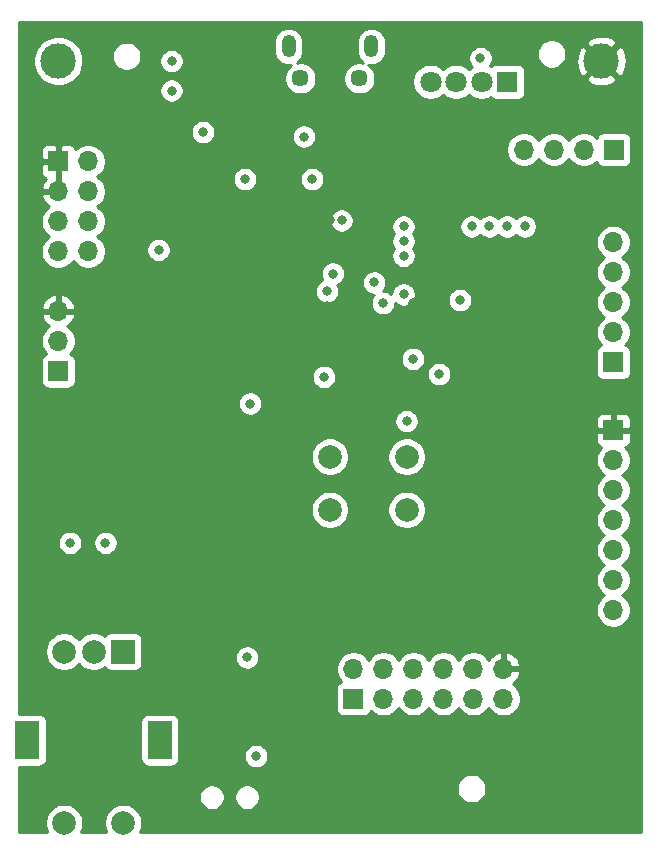
<source format=gbr>
%TF.GenerationSoftware,KiCad,Pcbnew,(5.1.10)-1*%
%TF.CreationDate,2021-11-12T17:46:38-08:00*%
%TF.ProjectId,mouse_proj,6d6f7573-655f-4707-926f-6a2e6b696361,rev?*%
%TF.SameCoordinates,Original*%
%TF.FileFunction,Copper,L3,Inr*%
%TF.FilePolarity,Positive*%
%FSLAX46Y46*%
G04 Gerber Fmt 4.6, Leading zero omitted, Abs format (unit mm)*
G04 Created by KiCad (PCBNEW (5.1.10)-1) date 2021-11-12 17:46:38*
%MOMM*%
%LPD*%
G01*
G04 APERTURE LIST*
%TA.AperFunction,ComponentPad*%
%ADD10C,2.000000*%
%TD*%
%TA.AperFunction,ComponentPad*%
%ADD11R,1.800000X1.800000*%
%TD*%
%TA.AperFunction,ComponentPad*%
%ADD12C,1.800000*%
%TD*%
%TA.AperFunction,ComponentPad*%
%ADD13C,1.450000*%
%TD*%
%TA.AperFunction,ComponentPad*%
%ADD14O,1.200000X1.900000*%
%TD*%
%TA.AperFunction,ComponentPad*%
%ADD15R,1.700000X1.700000*%
%TD*%
%TA.AperFunction,ComponentPad*%
%ADD16O,1.700000X1.700000*%
%TD*%
%TA.AperFunction,ComponentPad*%
%ADD17R,2.000000X3.200000*%
%TD*%
%TA.AperFunction,ComponentPad*%
%ADD18R,2.000000X2.000000*%
%TD*%
%TA.AperFunction,ComponentPad*%
%ADD19C,3.000000*%
%TD*%
%TA.AperFunction,ViaPad*%
%ADD20C,0.800000*%
%TD*%
%TA.AperFunction,Conductor*%
%ADD21C,0.254000*%
%TD*%
%TA.AperFunction,Conductor*%
%ADD22C,0.100000*%
%TD*%
G04 APERTURE END LIST*
D10*
%TO.N,NRST*%
%TO.C,SW2*%
X223500000Y-87500000D03*
%TO.N,GND*%
X223500000Y-92000000D03*
%TO.N,NRST*%
X217000000Y-87500000D03*
%TO.N,GND*%
X217000000Y-92000000D03*
%TD*%
D11*
%TO.N,Net-(D2-Pad1)*%
%TO.C,D2*%
X232000000Y-55750000D03*
D12*
%TO.N,GND*%
X229841000Y-55750000D03*
%TO.N,Net-(D2-Pad3)*%
X227682000Y-55750000D03*
%TO.N,Net-(D2-Pad4)*%
X225523000Y-55750000D03*
%TD*%
D13*
%TO.N,GND*%
%TO.C,J1*%
X219500000Y-55462500D03*
X214500000Y-55462500D03*
D14*
X220500000Y-52762500D03*
X213500000Y-52762500D03*
%TD*%
D15*
%TO.N,+3V3*%
%TO.C,J2*%
X241000000Y-85250000D03*
D16*
%TO.N,MOTION_TRACK*%
X241000000Y-87790000D03*
%TO.N,SPI1_MOSI*%
X241000000Y-90330000D03*
%TO.N,SPI1_MISO*%
X241000000Y-92870000D03*
%TO.N,SPI1_SCLK*%
X241000000Y-95410000D03*
%TO.N,SPI1_CSN*%
X241000000Y-97950000D03*
%TO.N,GND*%
X241000000Y-100490000D03*
%TD*%
D15*
%TO.N,MOUSELEFT*%
%TO.C,J4*%
X194000000Y-80250000D03*
D16*
%TO.N,MOUSERIGHT*%
X194000000Y-77710000D03*
%TO.N,+3V3*%
X194000000Y-75170000D03*
%TD*%
D15*
%TO.N,+3V3*%
%TO.C,J5*%
X194000000Y-62500000D03*
D16*
%TO.N,SWDIO*%
X196540000Y-62500000D03*
%TO.N,+3V3*%
X194000000Y-65040000D03*
%TO.N,SWCLK*%
X196540000Y-65040000D03*
%TO.N,GND*%
X194000000Y-67580000D03*
%TO.N,NRST*%
X196540000Y-67580000D03*
%TO.N,GND*%
X194000000Y-70120000D03*
%TO.N,SWO*%
X196540000Y-70120000D03*
%TD*%
D10*
%TO.N,N/C*%
%TO.C,SW3*%
X194500000Y-118500000D03*
X199500000Y-118500000D03*
D17*
X191400000Y-111500000D03*
X202600000Y-111500000D03*
D10*
%TO.N,Net-(R8-Pad2)*%
X194500000Y-104000000D03*
%TO.N,GND*%
X197000000Y-104000000D03*
D18*
%TO.N,Net-(R3-Pad1)*%
X199500000Y-104000000D03*
%TD*%
D19*
%TO.N,GND*%
%TO.C,TP1*%
X194000000Y-54000000D03*
%TD*%
%TO.N,+3V3*%
%TO.C,TP2*%
X240000000Y-54000000D03*
%TD*%
D15*
%TO.N,MOUSE05*%
%TO.C,J3*%
X219000000Y-108000000D03*
D16*
%TO.N,MOUSE00*%
X219000000Y-105460000D03*
%TO.N,MOUSE06*%
X221540000Y-108000000D03*
%TO.N,MOUSE01*%
X221540000Y-105460000D03*
%TO.N,MOUSE07*%
X224080000Y-108000000D03*
%TO.N,MOUSE02*%
X224080000Y-105460000D03*
%TO.N,MOUSE08*%
X226620000Y-108000000D03*
%TO.N,MOUSE03*%
X226620000Y-105460000D03*
%TO.N,MOUSE09*%
X229160000Y-108000000D03*
%TO.N,MOUSE04*%
X229160000Y-105460000D03*
%TO.N,MOUSE10*%
X231700000Y-108000000D03*
%TO.N,+3V3*%
X231700000Y-105460000D03*
%TD*%
D15*
%TO.N,MOUSE16*%
%TO.C,J6*%
X241040000Y-61500000D03*
D16*
%TO.N,MOUSE17*%
X238500000Y-61500000D03*
%TO.N,MOUSE18*%
X235960000Y-61500000D03*
%TO.N,MOUSE19*%
X233420000Y-61500000D03*
%TD*%
D15*
%TO.N,MOUSE11*%
%TO.C,J7*%
X241000000Y-79500000D03*
D16*
%TO.N,MOUSE12*%
X241000000Y-76960000D03*
%TO.N,MOUSE13*%
X241000000Y-74420000D03*
%TO.N,MOUSE14*%
X241000000Y-71880000D03*
%TO.N,MOUSE15*%
X241000000Y-69340000D03*
%TD*%
D20*
%TO.N,GND*%
X195000000Y-94800000D03*
X198000000Y-94800000D03*
X209800000Y-64000000D03*
X214800000Y-60400000D03*
X203600000Y-56500000D03*
X206250000Y-60019669D03*
X203600000Y-54000000D03*
X232000000Y-68000000D03*
X230500000Y-68000000D03*
X229000000Y-68000000D03*
X215500000Y-64000000D03*
X218000000Y-67500000D03*
X210000000Y-104500000D03*
X210250000Y-83000000D03*
X216500000Y-80750000D03*
X223500000Y-84500000D03*
X216750000Y-73500000D03*
X223250000Y-73750000D03*
X228000000Y-74250000D03*
X233500000Y-68000000D03*
X210750000Y-112850000D03*
X229750000Y-53750000D03*
%TO.N,+3V3*%
X229000000Y-64750000D03*
X230500000Y-64750000D03*
X232000000Y-64750000D03*
X206200000Y-112600000D03*
X201200000Y-100000000D03*
X191800000Y-100000000D03*
X201200000Y-61000000D03*
X211000000Y-66200000D03*
X212400000Y-66200000D03*
X214000000Y-66200000D03*
X217000000Y-67500000D03*
X206750000Y-73750000D03*
X212250000Y-77500000D03*
X216750000Y-74750000D03*
X224000000Y-74500000D03*
X233500000Y-64750000D03*
%TO.N,NRST*%
X217250000Y-72000000D03*
%TO.N,MOUSE13*%
X223250000Y-70500000D03*
%TO.N,MOUSE04*%
X220750000Y-72750000D03*
%TO.N,MOUSE14*%
X223250000Y-69250000D03*
%TO.N,MOUSE05*%
X221500000Y-74500000D03*
%TO.N,MOUSE15*%
X223250000Y-68000000D03*
%TO.N,MOUSE07*%
X224021845Y-79228155D03*
%TO.N,MOUSE08*%
X226250000Y-80500000D03*
%TO.N,SWO*%
X202500000Y-70000000D03*
%TD*%
D21*
%TO.N,+3V3*%
X243315001Y-119315000D02*
X200921832Y-119315000D01*
X200948918Y-119274463D01*
X201072168Y-118976912D01*
X201135000Y-118661033D01*
X201135000Y-118338967D01*
X201072168Y-118023088D01*
X200948918Y-117725537D01*
X200769987Y-117457748D01*
X200542252Y-117230013D01*
X200274463Y-117051082D01*
X199976912Y-116927832D01*
X199661033Y-116865000D01*
X199338967Y-116865000D01*
X199023088Y-116927832D01*
X198725537Y-117051082D01*
X198457748Y-117230013D01*
X198230013Y-117457748D01*
X198051082Y-117725537D01*
X197927832Y-118023088D01*
X197865000Y-118338967D01*
X197865000Y-118661033D01*
X197927832Y-118976912D01*
X198051082Y-119274463D01*
X198078168Y-119315000D01*
X195921832Y-119315000D01*
X195948918Y-119274463D01*
X196072168Y-118976912D01*
X196135000Y-118661033D01*
X196135000Y-118338967D01*
X196072168Y-118023088D01*
X195948918Y-117725537D01*
X195769987Y-117457748D01*
X195542252Y-117230013D01*
X195274463Y-117051082D01*
X194976912Y-116927832D01*
X194661033Y-116865000D01*
X194338967Y-116865000D01*
X194023088Y-116927832D01*
X193725537Y-117051082D01*
X193457748Y-117230013D01*
X193230013Y-117457748D01*
X193051082Y-117725537D01*
X192927832Y-118023088D01*
X192865000Y-118338967D01*
X192865000Y-118661033D01*
X192927832Y-118976912D01*
X193051082Y-119274463D01*
X193078168Y-119315000D01*
X190685000Y-119315000D01*
X190685000Y-116223137D01*
X205915000Y-116223137D01*
X205915000Y-116436863D01*
X205956696Y-116646483D01*
X206038485Y-116843940D01*
X206157225Y-117021647D01*
X206308353Y-117172775D01*
X206486060Y-117291515D01*
X206683517Y-117373304D01*
X206893137Y-117415000D01*
X207106863Y-117415000D01*
X207316483Y-117373304D01*
X207513940Y-117291515D01*
X207691647Y-117172775D01*
X207842775Y-117021647D01*
X207961515Y-116843940D01*
X208043304Y-116646483D01*
X208085000Y-116436863D01*
X208085000Y-116223137D01*
X208915000Y-116223137D01*
X208915000Y-116436863D01*
X208956696Y-116646483D01*
X209038485Y-116843940D01*
X209157225Y-117021647D01*
X209308353Y-117172775D01*
X209486060Y-117291515D01*
X209683517Y-117373304D01*
X209893137Y-117415000D01*
X210106863Y-117415000D01*
X210316483Y-117373304D01*
X210513940Y-117291515D01*
X210691647Y-117172775D01*
X210842775Y-117021647D01*
X210961515Y-116843940D01*
X211043304Y-116646483D01*
X211085000Y-116436863D01*
X211085000Y-116223137D01*
X211043304Y-116013517D01*
X210961515Y-115816060D01*
X210842775Y-115638353D01*
X210691647Y-115487225D01*
X210676180Y-115476890D01*
X227750048Y-115476890D01*
X227750048Y-115723110D01*
X227798083Y-115964598D01*
X227892307Y-116192074D01*
X228029099Y-116396798D01*
X228203202Y-116570901D01*
X228407926Y-116707693D01*
X228635402Y-116801917D01*
X228876890Y-116849952D01*
X229123110Y-116849952D01*
X229364598Y-116801917D01*
X229592074Y-116707693D01*
X229796798Y-116570901D01*
X229970901Y-116396798D01*
X230107693Y-116192074D01*
X230201917Y-115964598D01*
X230249952Y-115723110D01*
X230249952Y-115476890D01*
X230201917Y-115235402D01*
X230107693Y-115007926D01*
X229970901Y-114803202D01*
X229796798Y-114629099D01*
X229592074Y-114492307D01*
X229364598Y-114398083D01*
X229123110Y-114350048D01*
X228876890Y-114350048D01*
X228635402Y-114398083D01*
X228407926Y-114492307D01*
X228203202Y-114629099D01*
X228029099Y-114803202D01*
X227892307Y-115007926D01*
X227798083Y-115235402D01*
X227750048Y-115476890D01*
X210676180Y-115476890D01*
X210513940Y-115368485D01*
X210316483Y-115286696D01*
X210106863Y-115245000D01*
X209893137Y-115245000D01*
X209683517Y-115286696D01*
X209486060Y-115368485D01*
X209308353Y-115487225D01*
X209157225Y-115638353D01*
X209038485Y-115816060D01*
X208956696Y-116013517D01*
X208915000Y-116223137D01*
X208085000Y-116223137D01*
X208043304Y-116013517D01*
X207961515Y-115816060D01*
X207842775Y-115638353D01*
X207691647Y-115487225D01*
X207513940Y-115368485D01*
X207316483Y-115286696D01*
X207106863Y-115245000D01*
X206893137Y-115245000D01*
X206683517Y-115286696D01*
X206486060Y-115368485D01*
X206308353Y-115487225D01*
X206157225Y-115638353D01*
X206038485Y-115816060D01*
X205956696Y-116013517D01*
X205915000Y-116223137D01*
X190685000Y-116223137D01*
X190685000Y-113738072D01*
X192400000Y-113738072D01*
X192524482Y-113725812D01*
X192644180Y-113689502D01*
X192754494Y-113630537D01*
X192851185Y-113551185D01*
X192930537Y-113454494D01*
X192989502Y-113344180D01*
X193025812Y-113224482D01*
X193038072Y-113100000D01*
X193038072Y-109900000D01*
X200961928Y-109900000D01*
X200961928Y-113100000D01*
X200974188Y-113224482D01*
X201010498Y-113344180D01*
X201069463Y-113454494D01*
X201148815Y-113551185D01*
X201245506Y-113630537D01*
X201355820Y-113689502D01*
X201475518Y-113725812D01*
X201600000Y-113738072D01*
X203600000Y-113738072D01*
X203724482Y-113725812D01*
X203844180Y-113689502D01*
X203954494Y-113630537D01*
X204051185Y-113551185D01*
X204130537Y-113454494D01*
X204189502Y-113344180D01*
X204225812Y-113224482D01*
X204238072Y-113100000D01*
X204238072Y-112748061D01*
X209715000Y-112748061D01*
X209715000Y-112951939D01*
X209754774Y-113151898D01*
X209832795Y-113340256D01*
X209946063Y-113509774D01*
X210090226Y-113653937D01*
X210259744Y-113767205D01*
X210448102Y-113845226D01*
X210648061Y-113885000D01*
X210851939Y-113885000D01*
X211051898Y-113845226D01*
X211240256Y-113767205D01*
X211409774Y-113653937D01*
X211553937Y-113509774D01*
X211667205Y-113340256D01*
X211745226Y-113151898D01*
X211785000Y-112951939D01*
X211785000Y-112748061D01*
X211745226Y-112548102D01*
X211667205Y-112359744D01*
X211553937Y-112190226D01*
X211409774Y-112046063D01*
X211240256Y-111932795D01*
X211051898Y-111854774D01*
X210851939Y-111815000D01*
X210648061Y-111815000D01*
X210448102Y-111854774D01*
X210259744Y-111932795D01*
X210090226Y-112046063D01*
X209946063Y-112190226D01*
X209832795Y-112359744D01*
X209754774Y-112548102D01*
X209715000Y-112748061D01*
X204238072Y-112748061D01*
X204238072Y-109900000D01*
X204225812Y-109775518D01*
X204189502Y-109655820D01*
X204130537Y-109545506D01*
X204051185Y-109448815D01*
X203954494Y-109369463D01*
X203844180Y-109310498D01*
X203724482Y-109274188D01*
X203600000Y-109261928D01*
X201600000Y-109261928D01*
X201475518Y-109274188D01*
X201355820Y-109310498D01*
X201245506Y-109369463D01*
X201148815Y-109448815D01*
X201069463Y-109545506D01*
X201010498Y-109655820D01*
X200974188Y-109775518D01*
X200961928Y-109900000D01*
X193038072Y-109900000D01*
X193025812Y-109775518D01*
X192989502Y-109655820D01*
X192930537Y-109545506D01*
X192851185Y-109448815D01*
X192754494Y-109369463D01*
X192644180Y-109310498D01*
X192524482Y-109274188D01*
X192400000Y-109261928D01*
X190685000Y-109261928D01*
X190685000Y-107150000D01*
X217511928Y-107150000D01*
X217511928Y-108850000D01*
X217524188Y-108974482D01*
X217560498Y-109094180D01*
X217619463Y-109204494D01*
X217698815Y-109301185D01*
X217795506Y-109380537D01*
X217905820Y-109439502D01*
X218025518Y-109475812D01*
X218150000Y-109488072D01*
X219850000Y-109488072D01*
X219974482Y-109475812D01*
X220094180Y-109439502D01*
X220204494Y-109380537D01*
X220301185Y-109301185D01*
X220380537Y-109204494D01*
X220439502Y-109094180D01*
X220461513Y-109021620D01*
X220593368Y-109153475D01*
X220836589Y-109315990D01*
X221106842Y-109427932D01*
X221393740Y-109485000D01*
X221686260Y-109485000D01*
X221973158Y-109427932D01*
X222243411Y-109315990D01*
X222486632Y-109153475D01*
X222693475Y-108946632D01*
X222810000Y-108772240D01*
X222926525Y-108946632D01*
X223133368Y-109153475D01*
X223376589Y-109315990D01*
X223646842Y-109427932D01*
X223933740Y-109485000D01*
X224226260Y-109485000D01*
X224513158Y-109427932D01*
X224783411Y-109315990D01*
X225026632Y-109153475D01*
X225233475Y-108946632D01*
X225350000Y-108772240D01*
X225466525Y-108946632D01*
X225673368Y-109153475D01*
X225916589Y-109315990D01*
X226186842Y-109427932D01*
X226473740Y-109485000D01*
X226766260Y-109485000D01*
X227053158Y-109427932D01*
X227323411Y-109315990D01*
X227566632Y-109153475D01*
X227773475Y-108946632D01*
X227890000Y-108772240D01*
X228006525Y-108946632D01*
X228213368Y-109153475D01*
X228456589Y-109315990D01*
X228726842Y-109427932D01*
X229013740Y-109485000D01*
X229306260Y-109485000D01*
X229593158Y-109427932D01*
X229863411Y-109315990D01*
X230106632Y-109153475D01*
X230313475Y-108946632D01*
X230430000Y-108772240D01*
X230546525Y-108946632D01*
X230753368Y-109153475D01*
X230996589Y-109315990D01*
X231266842Y-109427932D01*
X231553740Y-109485000D01*
X231846260Y-109485000D01*
X232133158Y-109427932D01*
X232403411Y-109315990D01*
X232646632Y-109153475D01*
X232853475Y-108946632D01*
X233015990Y-108703411D01*
X233127932Y-108433158D01*
X233185000Y-108146260D01*
X233185000Y-107853740D01*
X233127932Y-107566842D01*
X233015990Y-107296589D01*
X232853475Y-107053368D01*
X232646632Y-106846525D01*
X232470594Y-106728900D01*
X232700269Y-106557588D01*
X232895178Y-106341355D01*
X233044157Y-106091252D01*
X233141481Y-105816891D01*
X233020814Y-105587000D01*
X231827000Y-105587000D01*
X231827000Y-105607000D01*
X231573000Y-105607000D01*
X231573000Y-105587000D01*
X231553000Y-105587000D01*
X231553000Y-105333000D01*
X231573000Y-105333000D01*
X231573000Y-104139845D01*
X231827000Y-104139845D01*
X231827000Y-105333000D01*
X233020814Y-105333000D01*
X233141481Y-105103109D01*
X233044157Y-104828748D01*
X232895178Y-104578645D01*
X232700269Y-104362412D01*
X232466920Y-104188359D01*
X232204099Y-104063175D01*
X232056890Y-104018524D01*
X231827000Y-104139845D01*
X231573000Y-104139845D01*
X231343110Y-104018524D01*
X231195901Y-104063175D01*
X230933080Y-104188359D01*
X230699731Y-104362412D01*
X230504822Y-104578645D01*
X230435195Y-104695534D01*
X230313475Y-104513368D01*
X230106632Y-104306525D01*
X229863411Y-104144010D01*
X229593158Y-104032068D01*
X229306260Y-103975000D01*
X229013740Y-103975000D01*
X228726842Y-104032068D01*
X228456589Y-104144010D01*
X228213368Y-104306525D01*
X228006525Y-104513368D01*
X227890000Y-104687760D01*
X227773475Y-104513368D01*
X227566632Y-104306525D01*
X227323411Y-104144010D01*
X227053158Y-104032068D01*
X226766260Y-103975000D01*
X226473740Y-103975000D01*
X226186842Y-104032068D01*
X225916589Y-104144010D01*
X225673368Y-104306525D01*
X225466525Y-104513368D01*
X225350000Y-104687760D01*
X225233475Y-104513368D01*
X225026632Y-104306525D01*
X224783411Y-104144010D01*
X224513158Y-104032068D01*
X224226260Y-103975000D01*
X223933740Y-103975000D01*
X223646842Y-104032068D01*
X223376589Y-104144010D01*
X223133368Y-104306525D01*
X222926525Y-104513368D01*
X222810000Y-104687760D01*
X222693475Y-104513368D01*
X222486632Y-104306525D01*
X222243411Y-104144010D01*
X221973158Y-104032068D01*
X221686260Y-103975000D01*
X221393740Y-103975000D01*
X221106842Y-104032068D01*
X220836589Y-104144010D01*
X220593368Y-104306525D01*
X220386525Y-104513368D01*
X220270000Y-104687760D01*
X220153475Y-104513368D01*
X219946632Y-104306525D01*
X219703411Y-104144010D01*
X219433158Y-104032068D01*
X219146260Y-103975000D01*
X218853740Y-103975000D01*
X218566842Y-104032068D01*
X218296589Y-104144010D01*
X218053368Y-104306525D01*
X217846525Y-104513368D01*
X217684010Y-104756589D01*
X217572068Y-105026842D01*
X217515000Y-105313740D01*
X217515000Y-105606260D01*
X217572068Y-105893158D01*
X217684010Y-106163411D01*
X217846525Y-106406632D01*
X217978380Y-106538487D01*
X217905820Y-106560498D01*
X217795506Y-106619463D01*
X217698815Y-106698815D01*
X217619463Y-106795506D01*
X217560498Y-106905820D01*
X217524188Y-107025518D01*
X217511928Y-107150000D01*
X190685000Y-107150000D01*
X190685000Y-103838967D01*
X192865000Y-103838967D01*
X192865000Y-104161033D01*
X192927832Y-104476912D01*
X193051082Y-104774463D01*
X193230013Y-105042252D01*
X193457748Y-105269987D01*
X193725537Y-105448918D01*
X194023088Y-105572168D01*
X194338967Y-105635000D01*
X194661033Y-105635000D01*
X194976912Y-105572168D01*
X195274463Y-105448918D01*
X195542252Y-105269987D01*
X195750000Y-105062239D01*
X195957748Y-105269987D01*
X196225537Y-105448918D01*
X196523088Y-105572168D01*
X196838967Y-105635000D01*
X197161033Y-105635000D01*
X197476912Y-105572168D01*
X197774463Y-105448918D01*
X197955335Y-105328063D01*
X197969463Y-105354494D01*
X198048815Y-105451185D01*
X198145506Y-105530537D01*
X198255820Y-105589502D01*
X198375518Y-105625812D01*
X198500000Y-105638072D01*
X200500000Y-105638072D01*
X200624482Y-105625812D01*
X200744180Y-105589502D01*
X200854494Y-105530537D01*
X200951185Y-105451185D01*
X201030537Y-105354494D01*
X201089502Y-105244180D01*
X201125812Y-105124482D01*
X201138072Y-105000000D01*
X201138072Y-104398061D01*
X208965000Y-104398061D01*
X208965000Y-104601939D01*
X209004774Y-104801898D01*
X209082795Y-104990256D01*
X209196063Y-105159774D01*
X209340226Y-105303937D01*
X209509744Y-105417205D01*
X209698102Y-105495226D01*
X209898061Y-105535000D01*
X210101939Y-105535000D01*
X210301898Y-105495226D01*
X210490256Y-105417205D01*
X210659774Y-105303937D01*
X210803937Y-105159774D01*
X210917205Y-104990256D01*
X210995226Y-104801898D01*
X211035000Y-104601939D01*
X211035000Y-104398061D01*
X210995226Y-104198102D01*
X210917205Y-104009744D01*
X210803937Y-103840226D01*
X210659774Y-103696063D01*
X210490256Y-103582795D01*
X210301898Y-103504774D01*
X210101939Y-103465000D01*
X209898061Y-103465000D01*
X209698102Y-103504774D01*
X209509744Y-103582795D01*
X209340226Y-103696063D01*
X209196063Y-103840226D01*
X209082795Y-104009744D01*
X209004774Y-104198102D01*
X208965000Y-104398061D01*
X201138072Y-104398061D01*
X201138072Y-103000000D01*
X201125812Y-102875518D01*
X201089502Y-102755820D01*
X201030537Y-102645506D01*
X200951185Y-102548815D01*
X200854494Y-102469463D01*
X200744180Y-102410498D01*
X200624482Y-102374188D01*
X200500000Y-102361928D01*
X198500000Y-102361928D01*
X198375518Y-102374188D01*
X198255820Y-102410498D01*
X198145506Y-102469463D01*
X198048815Y-102548815D01*
X197969463Y-102645506D01*
X197955335Y-102671937D01*
X197774463Y-102551082D01*
X197476912Y-102427832D01*
X197161033Y-102365000D01*
X196838967Y-102365000D01*
X196523088Y-102427832D01*
X196225537Y-102551082D01*
X195957748Y-102730013D01*
X195750000Y-102937761D01*
X195542252Y-102730013D01*
X195274463Y-102551082D01*
X194976912Y-102427832D01*
X194661033Y-102365000D01*
X194338967Y-102365000D01*
X194023088Y-102427832D01*
X193725537Y-102551082D01*
X193457748Y-102730013D01*
X193230013Y-102957748D01*
X193051082Y-103225537D01*
X192927832Y-103523088D01*
X192865000Y-103838967D01*
X190685000Y-103838967D01*
X190685000Y-94698061D01*
X193965000Y-94698061D01*
X193965000Y-94901939D01*
X194004774Y-95101898D01*
X194082795Y-95290256D01*
X194196063Y-95459774D01*
X194340226Y-95603937D01*
X194509744Y-95717205D01*
X194698102Y-95795226D01*
X194898061Y-95835000D01*
X195101939Y-95835000D01*
X195301898Y-95795226D01*
X195490256Y-95717205D01*
X195659774Y-95603937D01*
X195803937Y-95459774D01*
X195917205Y-95290256D01*
X195995226Y-95101898D01*
X196035000Y-94901939D01*
X196035000Y-94698061D01*
X196965000Y-94698061D01*
X196965000Y-94901939D01*
X197004774Y-95101898D01*
X197082795Y-95290256D01*
X197196063Y-95459774D01*
X197340226Y-95603937D01*
X197509744Y-95717205D01*
X197698102Y-95795226D01*
X197898061Y-95835000D01*
X198101939Y-95835000D01*
X198301898Y-95795226D01*
X198490256Y-95717205D01*
X198659774Y-95603937D01*
X198803937Y-95459774D01*
X198917205Y-95290256D01*
X198995226Y-95101898D01*
X199035000Y-94901939D01*
X199035000Y-94698061D01*
X198995226Y-94498102D01*
X198917205Y-94309744D01*
X198803937Y-94140226D01*
X198659774Y-93996063D01*
X198490256Y-93882795D01*
X198301898Y-93804774D01*
X198101939Y-93765000D01*
X197898061Y-93765000D01*
X197698102Y-93804774D01*
X197509744Y-93882795D01*
X197340226Y-93996063D01*
X197196063Y-94140226D01*
X197082795Y-94309744D01*
X197004774Y-94498102D01*
X196965000Y-94698061D01*
X196035000Y-94698061D01*
X195995226Y-94498102D01*
X195917205Y-94309744D01*
X195803937Y-94140226D01*
X195659774Y-93996063D01*
X195490256Y-93882795D01*
X195301898Y-93804774D01*
X195101939Y-93765000D01*
X194898061Y-93765000D01*
X194698102Y-93804774D01*
X194509744Y-93882795D01*
X194340226Y-93996063D01*
X194196063Y-94140226D01*
X194082795Y-94309744D01*
X194004774Y-94498102D01*
X193965000Y-94698061D01*
X190685000Y-94698061D01*
X190685000Y-91838967D01*
X215365000Y-91838967D01*
X215365000Y-92161033D01*
X215427832Y-92476912D01*
X215551082Y-92774463D01*
X215730013Y-93042252D01*
X215957748Y-93269987D01*
X216225537Y-93448918D01*
X216523088Y-93572168D01*
X216838967Y-93635000D01*
X217161033Y-93635000D01*
X217476912Y-93572168D01*
X217774463Y-93448918D01*
X218042252Y-93269987D01*
X218269987Y-93042252D01*
X218448918Y-92774463D01*
X218572168Y-92476912D01*
X218635000Y-92161033D01*
X218635000Y-91838967D01*
X221865000Y-91838967D01*
X221865000Y-92161033D01*
X221927832Y-92476912D01*
X222051082Y-92774463D01*
X222230013Y-93042252D01*
X222457748Y-93269987D01*
X222725537Y-93448918D01*
X223023088Y-93572168D01*
X223338967Y-93635000D01*
X223661033Y-93635000D01*
X223976912Y-93572168D01*
X224274463Y-93448918D01*
X224542252Y-93269987D01*
X224769987Y-93042252D01*
X224948918Y-92774463D01*
X225072168Y-92476912D01*
X225135000Y-92161033D01*
X225135000Y-91838967D01*
X225072168Y-91523088D01*
X224948918Y-91225537D01*
X224769987Y-90957748D01*
X224542252Y-90730013D01*
X224274463Y-90551082D01*
X223976912Y-90427832D01*
X223661033Y-90365000D01*
X223338967Y-90365000D01*
X223023088Y-90427832D01*
X222725537Y-90551082D01*
X222457748Y-90730013D01*
X222230013Y-90957748D01*
X222051082Y-91225537D01*
X221927832Y-91523088D01*
X221865000Y-91838967D01*
X218635000Y-91838967D01*
X218572168Y-91523088D01*
X218448918Y-91225537D01*
X218269987Y-90957748D01*
X218042252Y-90730013D01*
X217774463Y-90551082D01*
X217476912Y-90427832D01*
X217161033Y-90365000D01*
X216838967Y-90365000D01*
X216523088Y-90427832D01*
X216225537Y-90551082D01*
X215957748Y-90730013D01*
X215730013Y-90957748D01*
X215551082Y-91225537D01*
X215427832Y-91523088D01*
X215365000Y-91838967D01*
X190685000Y-91838967D01*
X190685000Y-87338967D01*
X215365000Y-87338967D01*
X215365000Y-87661033D01*
X215427832Y-87976912D01*
X215551082Y-88274463D01*
X215730013Y-88542252D01*
X215957748Y-88769987D01*
X216225537Y-88948918D01*
X216523088Y-89072168D01*
X216838967Y-89135000D01*
X217161033Y-89135000D01*
X217476912Y-89072168D01*
X217774463Y-88948918D01*
X218042252Y-88769987D01*
X218269987Y-88542252D01*
X218448918Y-88274463D01*
X218572168Y-87976912D01*
X218635000Y-87661033D01*
X218635000Y-87338967D01*
X221865000Y-87338967D01*
X221865000Y-87661033D01*
X221927832Y-87976912D01*
X222051082Y-88274463D01*
X222230013Y-88542252D01*
X222457748Y-88769987D01*
X222725537Y-88948918D01*
X223023088Y-89072168D01*
X223338967Y-89135000D01*
X223661033Y-89135000D01*
X223976912Y-89072168D01*
X224274463Y-88948918D01*
X224542252Y-88769987D01*
X224769987Y-88542252D01*
X224948918Y-88274463D01*
X225072168Y-87976912D01*
X225135000Y-87661033D01*
X225135000Y-87338967D01*
X225072168Y-87023088D01*
X224948918Y-86725537D01*
X224769987Y-86457748D01*
X224542252Y-86230013D01*
X224347674Y-86100000D01*
X239511928Y-86100000D01*
X239524188Y-86224482D01*
X239560498Y-86344180D01*
X239619463Y-86454494D01*
X239698815Y-86551185D01*
X239795506Y-86630537D01*
X239905820Y-86689502D01*
X239978380Y-86711513D01*
X239846525Y-86843368D01*
X239684010Y-87086589D01*
X239572068Y-87356842D01*
X239515000Y-87643740D01*
X239515000Y-87936260D01*
X239572068Y-88223158D01*
X239684010Y-88493411D01*
X239846525Y-88736632D01*
X240053368Y-88943475D01*
X240227760Y-89060000D01*
X240053368Y-89176525D01*
X239846525Y-89383368D01*
X239684010Y-89626589D01*
X239572068Y-89896842D01*
X239515000Y-90183740D01*
X239515000Y-90476260D01*
X239572068Y-90763158D01*
X239684010Y-91033411D01*
X239846525Y-91276632D01*
X240053368Y-91483475D01*
X240227760Y-91600000D01*
X240053368Y-91716525D01*
X239846525Y-91923368D01*
X239684010Y-92166589D01*
X239572068Y-92436842D01*
X239515000Y-92723740D01*
X239515000Y-93016260D01*
X239572068Y-93303158D01*
X239684010Y-93573411D01*
X239846525Y-93816632D01*
X240053368Y-94023475D01*
X240227760Y-94140000D01*
X240053368Y-94256525D01*
X239846525Y-94463368D01*
X239684010Y-94706589D01*
X239572068Y-94976842D01*
X239515000Y-95263740D01*
X239515000Y-95556260D01*
X239572068Y-95843158D01*
X239684010Y-96113411D01*
X239846525Y-96356632D01*
X240053368Y-96563475D01*
X240227760Y-96680000D01*
X240053368Y-96796525D01*
X239846525Y-97003368D01*
X239684010Y-97246589D01*
X239572068Y-97516842D01*
X239515000Y-97803740D01*
X239515000Y-98096260D01*
X239572068Y-98383158D01*
X239684010Y-98653411D01*
X239846525Y-98896632D01*
X240053368Y-99103475D01*
X240227760Y-99220000D01*
X240053368Y-99336525D01*
X239846525Y-99543368D01*
X239684010Y-99786589D01*
X239572068Y-100056842D01*
X239515000Y-100343740D01*
X239515000Y-100636260D01*
X239572068Y-100923158D01*
X239684010Y-101193411D01*
X239846525Y-101436632D01*
X240053368Y-101643475D01*
X240296589Y-101805990D01*
X240566842Y-101917932D01*
X240853740Y-101975000D01*
X241146260Y-101975000D01*
X241433158Y-101917932D01*
X241703411Y-101805990D01*
X241946632Y-101643475D01*
X242153475Y-101436632D01*
X242315990Y-101193411D01*
X242427932Y-100923158D01*
X242485000Y-100636260D01*
X242485000Y-100343740D01*
X242427932Y-100056842D01*
X242315990Y-99786589D01*
X242153475Y-99543368D01*
X241946632Y-99336525D01*
X241772240Y-99220000D01*
X241946632Y-99103475D01*
X242153475Y-98896632D01*
X242315990Y-98653411D01*
X242427932Y-98383158D01*
X242485000Y-98096260D01*
X242485000Y-97803740D01*
X242427932Y-97516842D01*
X242315990Y-97246589D01*
X242153475Y-97003368D01*
X241946632Y-96796525D01*
X241772240Y-96680000D01*
X241946632Y-96563475D01*
X242153475Y-96356632D01*
X242315990Y-96113411D01*
X242427932Y-95843158D01*
X242485000Y-95556260D01*
X242485000Y-95263740D01*
X242427932Y-94976842D01*
X242315990Y-94706589D01*
X242153475Y-94463368D01*
X241946632Y-94256525D01*
X241772240Y-94140000D01*
X241946632Y-94023475D01*
X242153475Y-93816632D01*
X242315990Y-93573411D01*
X242427932Y-93303158D01*
X242485000Y-93016260D01*
X242485000Y-92723740D01*
X242427932Y-92436842D01*
X242315990Y-92166589D01*
X242153475Y-91923368D01*
X241946632Y-91716525D01*
X241772240Y-91600000D01*
X241946632Y-91483475D01*
X242153475Y-91276632D01*
X242315990Y-91033411D01*
X242427932Y-90763158D01*
X242485000Y-90476260D01*
X242485000Y-90183740D01*
X242427932Y-89896842D01*
X242315990Y-89626589D01*
X242153475Y-89383368D01*
X241946632Y-89176525D01*
X241772240Y-89060000D01*
X241946632Y-88943475D01*
X242153475Y-88736632D01*
X242315990Y-88493411D01*
X242427932Y-88223158D01*
X242485000Y-87936260D01*
X242485000Y-87643740D01*
X242427932Y-87356842D01*
X242315990Y-87086589D01*
X242153475Y-86843368D01*
X242021620Y-86711513D01*
X242094180Y-86689502D01*
X242204494Y-86630537D01*
X242301185Y-86551185D01*
X242380537Y-86454494D01*
X242439502Y-86344180D01*
X242475812Y-86224482D01*
X242488072Y-86100000D01*
X242485000Y-85535750D01*
X242326250Y-85377000D01*
X241127000Y-85377000D01*
X241127000Y-85397000D01*
X240873000Y-85397000D01*
X240873000Y-85377000D01*
X239673750Y-85377000D01*
X239515000Y-85535750D01*
X239511928Y-86100000D01*
X224347674Y-86100000D01*
X224274463Y-86051082D01*
X223976912Y-85927832D01*
X223661033Y-85865000D01*
X223338967Y-85865000D01*
X223023088Y-85927832D01*
X222725537Y-86051082D01*
X222457748Y-86230013D01*
X222230013Y-86457748D01*
X222051082Y-86725537D01*
X221927832Y-87023088D01*
X221865000Y-87338967D01*
X218635000Y-87338967D01*
X218572168Y-87023088D01*
X218448918Y-86725537D01*
X218269987Y-86457748D01*
X218042252Y-86230013D01*
X217774463Y-86051082D01*
X217476912Y-85927832D01*
X217161033Y-85865000D01*
X216838967Y-85865000D01*
X216523088Y-85927832D01*
X216225537Y-86051082D01*
X215957748Y-86230013D01*
X215730013Y-86457748D01*
X215551082Y-86725537D01*
X215427832Y-87023088D01*
X215365000Y-87338967D01*
X190685000Y-87338967D01*
X190685000Y-84398061D01*
X222465000Y-84398061D01*
X222465000Y-84601939D01*
X222504774Y-84801898D01*
X222582795Y-84990256D01*
X222696063Y-85159774D01*
X222840226Y-85303937D01*
X223009744Y-85417205D01*
X223198102Y-85495226D01*
X223398061Y-85535000D01*
X223601939Y-85535000D01*
X223801898Y-85495226D01*
X223990256Y-85417205D01*
X224159774Y-85303937D01*
X224303937Y-85159774D01*
X224417205Y-84990256D01*
X224495226Y-84801898D01*
X224535000Y-84601939D01*
X224535000Y-84400000D01*
X239511928Y-84400000D01*
X239515000Y-84964250D01*
X239673750Y-85123000D01*
X240873000Y-85123000D01*
X240873000Y-83923750D01*
X241127000Y-83923750D01*
X241127000Y-85123000D01*
X242326250Y-85123000D01*
X242485000Y-84964250D01*
X242488072Y-84400000D01*
X242475812Y-84275518D01*
X242439502Y-84155820D01*
X242380537Y-84045506D01*
X242301185Y-83948815D01*
X242204494Y-83869463D01*
X242094180Y-83810498D01*
X241974482Y-83774188D01*
X241850000Y-83761928D01*
X241285750Y-83765000D01*
X241127000Y-83923750D01*
X240873000Y-83923750D01*
X240714250Y-83765000D01*
X240150000Y-83761928D01*
X240025518Y-83774188D01*
X239905820Y-83810498D01*
X239795506Y-83869463D01*
X239698815Y-83948815D01*
X239619463Y-84045506D01*
X239560498Y-84155820D01*
X239524188Y-84275518D01*
X239511928Y-84400000D01*
X224535000Y-84400000D01*
X224535000Y-84398061D01*
X224495226Y-84198102D01*
X224417205Y-84009744D01*
X224303937Y-83840226D01*
X224159774Y-83696063D01*
X223990256Y-83582795D01*
X223801898Y-83504774D01*
X223601939Y-83465000D01*
X223398061Y-83465000D01*
X223198102Y-83504774D01*
X223009744Y-83582795D01*
X222840226Y-83696063D01*
X222696063Y-83840226D01*
X222582795Y-84009744D01*
X222504774Y-84198102D01*
X222465000Y-84398061D01*
X190685000Y-84398061D01*
X190685000Y-82898061D01*
X209215000Y-82898061D01*
X209215000Y-83101939D01*
X209254774Y-83301898D01*
X209332795Y-83490256D01*
X209446063Y-83659774D01*
X209590226Y-83803937D01*
X209759744Y-83917205D01*
X209948102Y-83995226D01*
X210148061Y-84035000D01*
X210351939Y-84035000D01*
X210551898Y-83995226D01*
X210740256Y-83917205D01*
X210909774Y-83803937D01*
X211053937Y-83659774D01*
X211167205Y-83490256D01*
X211245226Y-83301898D01*
X211285000Y-83101939D01*
X211285000Y-82898061D01*
X211245226Y-82698102D01*
X211167205Y-82509744D01*
X211053937Y-82340226D01*
X210909774Y-82196063D01*
X210740256Y-82082795D01*
X210551898Y-82004774D01*
X210351939Y-81965000D01*
X210148061Y-81965000D01*
X209948102Y-82004774D01*
X209759744Y-82082795D01*
X209590226Y-82196063D01*
X209446063Y-82340226D01*
X209332795Y-82509744D01*
X209254774Y-82698102D01*
X209215000Y-82898061D01*
X190685000Y-82898061D01*
X190685000Y-79400000D01*
X192511928Y-79400000D01*
X192511928Y-81100000D01*
X192524188Y-81224482D01*
X192560498Y-81344180D01*
X192619463Y-81454494D01*
X192698815Y-81551185D01*
X192795506Y-81630537D01*
X192905820Y-81689502D01*
X193025518Y-81725812D01*
X193150000Y-81738072D01*
X194850000Y-81738072D01*
X194974482Y-81725812D01*
X195094180Y-81689502D01*
X195204494Y-81630537D01*
X195301185Y-81551185D01*
X195380537Y-81454494D01*
X195439502Y-81344180D01*
X195475812Y-81224482D01*
X195488072Y-81100000D01*
X195488072Y-80648061D01*
X215465000Y-80648061D01*
X215465000Y-80851939D01*
X215504774Y-81051898D01*
X215582795Y-81240256D01*
X215696063Y-81409774D01*
X215840226Y-81553937D01*
X216009744Y-81667205D01*
X216198102Y-81745226D01*
X216398061Y-81785000D01*
X216601939Y-81785000D01*
X216801898Y-81745226D01*
X216990256Y-81667205D01*
X217159774Y-81553937D01*
X217303937Y-81409774D01*
X217417205Y-81240256D01*
X217495226Y-81051898D01*
X217535000Y-80851939D01*
X217535000Y-80648061D01*
X217495226Y-80448102D01*
X217474499Y-80398061D01*
X225215000Y-80398061D01*
X225215000Y-80601939D01*
X225254774Y-80801898D01*
X225332795Y-80990256D01*
X225446063Y-81159774D01*
X225590226Y-81303937D01*
X225759744Y-81417205D01*
X225948102Y-81495226D01*
X226148061Y-81535000D01*
X226351939Y-81535000D01*
X226551898Y-81495226D01*
X226740256Y-81417205D01*
X226909774Y-81303937D01*
X227053937Y-81159774D01*
X227167205Y-80990256D01*
X227245226Y-80801898D01*
X227285000Y-80601939D01*
X227285000Y-80398061D01*
X227245226Y-80198102D01*
X227167205Y-80009744D01*
X227053937Y-79840226D01*
X226909774Y-79696063D01*
X226740256Y-79582795D01*
X226551898Y-79504774D01*
X226351939Y-79465000D01*
X226148061Y-79465000D01*
X225948102Y-79504774D01*
X225759744Y-79582795D01*
X225590226Y-79696063D01*
X225446063Y-79840226D01*
X225332795Y-80009744D01*
X225254774Y-80198102D01*
X225215000Y-80398061D01*
X217474499Y-80398061D01*
X217417205Y-80259744D01*
X217303937Y-80090226D01*
X217159774Y-79946063D01*
X216990256Y-79832795D01*
X216801898Y-79754774D01*
X216601939Y-79715000D01*
X216398061Y-79715000D01*
X216198102Y-79754774D01*
X216009744Y-79832795D01*
X215840226Y-79946063D01*
X215696063Y-80090226D01*
X215582795Y-80259744D01*
X215504774Y-80448102D01*
X215465000Y-80648061D01*
X195488072Y-80648061D01*
X195488072Y-79400000D01*
X195475812Y-79275518D01*
X195439502Y-79155820D01*
X195423679Y-79126216D01*
X222986845Y-79126216D01*
X222986845Y-79330094D01*
X223026619Y-79530053D01*
X223104640Y-79718411D01*
X223217908Y-79887929D01*
X223362071Y-80032092D01*
X223531589Y-80145360D01*
X223719947Y-80223381D01*
X223919906Y-80263155D01*
X224123784Y-80263155D01*
X224323743Y-80223381D01*
X224512101Y-80145360D01*
X224681619Y-80032092D01*
X224825782Y-79887929D01*
X224939050Y-79718411D01*
X225017071Y-79530053D01*
X225056845Y-79330094D01*
X225056845Y-79126216D01*
X225017071Y-78926257D01*
X224939050Y-78737899D01*
X224880318Y-78650000D01*
X239511928Y-78650000D01*
X239511928Y-80350000D01*
X239524188Y-80474482D01*
X239560498Y-80594180D01*
X239619463Y-80704494D01*
X239698815Y-80801185D01*
X239795506Y-80880537D01*
X239905820Y-80939502D01*
X240025518Y-80975812D01*
X240150000Y-80988072D01*
X241850000Y-80988072D01*
X241974482Y-80975812D01*
X242094180Y-80939502D01*
X242204494Y-80880537D01*
X242301185Y-80801185D01*
X242380537Y-80704494D01*
X242439502Y-80594180D01*
X242475812Y-80474482D01*
X242488072Y-80350000D01*
X242488072Y-78650000D01*
X242475812Y-78525518D01*
X242439502Y-78405820D01*
X242380537Y-78295506D01*
X242301185Y-78198815D01*
X242204494Y-78119463D01*
X242094180Y-78060498D01*
X242021620Y-78038487D01*
X242153475Y-77906632D01*
X242315990Y-77663411D01*
X242427932Y-77393158D01*
X242485000Y-77106260D01*
X242485000Y-76813740D01*
X242427932Y-76526842D01*
X242315990Y-76256589D01*
X242153475Y-76013368D01*
X241946632Y-75806525D01*
X241772240Y-75690000D01*
X241946632Y-75573475D01*
X242153475Y-75366632D01*
X242315990Y-75123411D01*
X242427932Y-74853158D01*
X242485000Y-74566260D01*
X242485000Y-74273740D01*
X242427932Y-73986842D01*
X242315990Y-73716589D01*
X242153475Y-73473368D01*
X241946632Y-73266525D01*
X241772240Y-73150000D01*
X241946632Y-73033475D01*
X242153475Y-72826632D01*
X242315990Y-72583411D01*
X242427932Y-72313158D01*
X242485000Y-72026260D01*
X242485000Y-71733740D01*
X242427932Y-71446842D01*
X242315990Y-71176589D01*
X242153475Y-70933368D01*
X241946632Y-70726525D01*
X241772240Y-70610000D01*
X241946632Y-70493475D01*
X242153475Y-70286632D01*
X242315990Y-70043411D01*
X242427932Y-69773158D01*
X242485000Y-69486260D01*
X242485000Y-69193740D01*
X242427932Y-68906842D01*
X242315990Y-68636589D01*
X242153475Y-68393368D01*
X241946632Y-68186525D01*
X241703411Y-68024010D01*
X241433158Y-67912068D01*
X241146260Y-67855000D01*
X240853740Y-67855000D01*
X240566842Y-67912068D01*
X240296589Y-68024010D01*
X240053368Y-68186525D01*
X239846525Y-68393368D01*
X239684010Y-68636589D01*
X239572068Y-68906842D01*
X239515000Y-69193740D01*
X239515000Y-69486260D01*
X239572068Y-69773158D01*
X239684010Y-70043411D01*
X239846525Y-70286632D01*
X240053368Y-70493475D01*
X240227760Y-70610000D01*
X240053368Y-70726525D01*
X239846525Y-70933368D01*
X239684010Y-71176589D01*
X239572068Y-71446842D01*
X239515000Y-71733740D01*
X239515000Y-72026260D01*
X239572068Y-72313158D01*
X239684010Y-72583411D01*
X239846525Y-72826632D01*
X240053368Y-73033475D01*
X240227760Y-73150000D01*
X240053368Y-73266525D01*
X239846525Y-73473368D01*
X239684010Y-73716589D01*
X239572068Y-73986842D01*
X239515000Y-74273740D01*
X239515000Y-74566260D01*
X239572068Y-74853158D01*
X239684010Y-75123411D01*
X239846525Y-75366632D01*
X240053368Y-75573475D01*
X240227760Y-75690000D01*
X240053368Y-75806525D01*
X239846525Y-76013368D01*
X239684010Y-76256589D01*
X239572068Y-76526842D01*
X239515000Y-76813740D01*
X239515000Y-77106260D01*
X239572068Y-77393158D01*
X239684010Y-77663411D01*
X239846525Y-77906632D01*
X239978380Y-78038487D01*
X239905820Y-78060498D01*
X239795506Y-78119463D01*
X239698815Y-78198815D01*
X239619463Y-78295506D01*
X239560498Y-78405820D01*
X239524188Y-78525518D01*
X239511928Y-78650000D01*
X224880318Y-78650000D01*
X224825782Y-78568381D01*
X224681619Y-78424218D01*
X224512101Y-78310950D01*
X224323743Y-78232929D01*
X224123784Y-78193155D01*
X223919906Y-78193155D01*
X223719947Y-78232929D01*
X223531589Y-78310950D01*
X223362071Y-78424218D01*
X223217908Y-78568381D01*
X223104640Y-78737899D01*
X223026619Y-78926257D01*
X222986845Y-79126216D01*
X195423679Y-79126216D01*
X195380537Y-79045506D01*
X195301185Y-78948815D01*
X195204494Y-78869463D01*
X195094180Y-78810498D01*
X195021620Y-78788487D01*
X195153475Y-78656632D01*
X195315990Y-78413411D01*
X195427932Y-78143158D01*
X195485000Y-77856260D01*
X195485000Y-77563740D01*
X195427932Y-77276842D01*
X195315990Y-77006589D01*
X195153475Y-76763368D01*
X194946632Y-76556525D01*
X194764466Y-76434805D01*
X194881355Y-76365178D01*
X195097588Y-76170269D01*
X195271641Y-75936920D01*
X195396825Y-75674099D01*
X195441476Y-75526890D01*
X195320155Y-75297000D01*
X194127000Y-75297000D01*
X194127000Y-75317000D01*
X193873000Y-75317000D01*
X193873000Y-75297000D01*
X192679845Y-75297000D01*
X192558524Y-75526890D01*
X192603175Y-75674099D01*
X192728359Y-75936920D01*
X192902412Y-76170269D01*
X193118645Y-76365178D01*
X193235534Y-76434805D01*
X193053368Y-76556525D01*
X192846525Y-76763368D01*
X192684010Y-77006589D01*
X192572068Y-77276842D01*
X192515000Y-77563740D01*
X192515000Y-77856260D01*
X192572068Y-78143158D01*
X192684010Y-78413411D01*
X192846525Y-78656632D01*
X192978380Y-78788487D01*
X192905820Y-78810498D01*
X192795506Y-78869463D01*
X192698815Y-78948815D01*
X192619463Y-79045506D01*
X192560498Y-79155820D01*
X192524188Y-79275518D01*
X192511928Y-79400000D01*
X190685000Y-79400000D01*
X190685000Y-74813110D01*
X192558524Y-74813110D01*
X192679845Y-75043000D01*
X193873000Y-75043000D01*
X193873000Y-73849186D01*
X194127000Y-73849186D01*
X194127000Y-75043000D01*
X195320155Y-75043000D01*
X195441476Y-74813110D01*
X195396825Y-74665901D01*
X195271641Y-74403080D01*
X195097588Y-74169731D01*
X194881355Y-73974822D01*
X194631252Y-73825843D01*
X194356891Y-73728519D01*
X194127000Y-73849186D01*
X193873000Y-73849186D01*
X193643109Y-73728519D01*
X193368748Y-73825843D01*
X193118645Y-73974822D01*
X192902412Y-74169731D01*
X192728359Y-74403080D01*
X192603175Y-74665901D01*
X192558524Y-74813110D01*
X190685000Y-74813110D01*
X190685000Y-73398061D01*
X215715000Y-73398061D01*
X215715000Y-73601939D01*
X215754774Y-73801898D01*
X215832795Y-73990256D01*
X215946063Y-74159774D01*
X216090226Y-74303937D01*
X216259744Y-74417205D01*
X216448102Y-74495226D01*
X216648061Y-74535000D01*
X216851939Y-74535000D01*
X217051898Y-74495226D01*
X217240256Y-74417205D01*
X217409774Y-74303937D01*
X217553937Y-74159774D01*
X217667205Y-73990256D01*
X217745226Y-73801898D01*
X217785000Y-73601939D01*
X217785000Y-73398061D01*
X217745226Y-73198102D01*
X217667205Y-73009744D01*
X217634612Y-72960965D01*
X217740256Y-72917205D01*
X217909774Y-72803937D01*
X218053937Y-72659774D01*
X218061763Y-72648061D01*
X219715000Y-72648061D01*
X219715000Y-72851939D01*
X219754774Y-73051898D01*
X219832795Y-73240256D01*
X219946063Y-73409774D01*
X220090226Y-73553937D01*
X220259744Y-73667205D01*
X220448102Y-73745226D01*
X220648061Y-73785000D01*
X220751289Y-73785000D01*
X220696063Y-73840226D01*
X220582795Y-74009744D01*
X220504774Y-74198102D01*
X220465000Y-74398061D01*
X220465000Y-74601939D01*
X220504774Y-74801898D01*
X220582795Y-74990256D01*
X220696063Y-75159774D01*
X220840226Y-75303937D01*
X221009744Y-75417205D01*
X221198102Y-75495226D01*
X221398061Y-75535000D01*
X221601939Y-75535000D01*
X221801898Y-75495226D01*
X221990256Y-75417205D01*
X222159774Y-75303937D01*
X222303937Y-75159774D01*
X222417205Y-74990256D01*
X222495226Y-74801898D01*
X222535000Y-74601939D01*
X222535000Y-74498711D01*
X222590226Y-74553937D01*
X222759744Y-74667205D01*
X222948102Y-74745226D01*
X223148061Y-74785000D01*
X223351939Y-74785000D01*
X223551898Y-74745226D01*
X223740256Y-74667205D01*
X223909774Y-74553937D01*
X224053937Y-74409774D01*
X224167205Y-74240256D01*
X224205393Y-74148061D01*
X226965000Y-74148061D01*
X226965000Y-74351939D01*
X227004774Y-74551898D01*
X227082795Y-74740256D01*
X227196063Y-74909774D01*
X227340226Y-75053937D01*
X227509744Y-75167205D01*
X227698102Y-75245226D01*
X227898061Y-75285000D01*
X228101939Y-75285000D01*
X228301898Y-75245226D01*
X228490256Y-75167205D01*
X228659774Y-75053937D01*
X228803937Y-74909774D01*
X228917205Y-74740256D01*
X228995226Y-74551898D01*
X229035000Y-74351939D01*
X229035000Y-74148061D01*
X228995226Y-73948102D01*
X228917205Y-73759744D01*
X228803937Y-73590226D01*
X228659774Y-73446063D01*
X228490256Y-73332795D01*
X228301898Y-73254774D01*
X228101939Y-73215000D01*
X227898061Y-73215000D01*
X227698102Y-73254774D01*
X227509744Y-73332795D01*
X227340226Y-73446063D01*
X227196063Y-73590226D01*
X227082795Y-73759744D01*
X227004774Y-73948102D01*
X226965000Y-74148061D01*
X224205393Y-74148061D01*
X224245226Y-74051898D01*
X224285000Y-73851939D01*
X224285000Y-73648061D01*
X224245226Y-73448102D01*
X224167205Y-73259744D01*
X224053937Y-73090226D01*
X223909774Y-72946063D01*
X223740256Y-72832795D01*
X223551898Y-72754774D01*
X223351939Y-72715000D01*
X223148061Y-72715000D01*
X222948102Y-72754774D01*
X222759744Y-72832795D01*
X222590226Y-72946063D01*
X222446063Y-73090226D01*
X222332795Y-73259744D01*
X222254774Y-73448102D01*
X222215000Y-73648061D01*
X222215000Y-73751289D01*
X222159774Y-73696063D01*
X221990256Y-73582795D01*
X221801898Y-73504774D01*
X221601939Y-73465000D01*
X221498711Y-73465000D01*
X221553937Y-73409774D01*
X221667205Y-73240256D01*
X221745226Y-73051898D01*
X221785000Y-72851939D01*
X221785000Y-72648061D01*
X221745226Y-72448102D01*
X221667205Y-72259744D01*
X221553937Y-72090226D01*
X221409774Y-71946063D01*
X221240256Y-71832795D01*
X221051898Y-71754774D01*
X220851939Y-71715000D01*
X220648061Y-71715000D01*
X220448102Y-71754774D01*
X220259744Y-71832795D01*
X220090226Y-71946063D01*
X219946063Y-72090226D01*
X219832795Y-72259744D01*
X219754774Y-72448102D01*
X219715000Y-72648061D01*
X218061763Y-72648061D01*
X218167205Y-72490256D01*
X218245226Y-72301898D01*
X218285000Y-72101939D01*
X218285000Y-71898061D01*
X218245226Y-71698102D01*
X218167205Y-71509744D01*
X218053937Y-71340226D01*
X217909774Y-71196063D01*
X217740256Y-71082795D01*
X217551898Y-71004774D01*
X217351939Y-70965000D01*
X217148061Y-70965000D01*
X216948102Y-71004774D01*
X216759744Y-71082795D01*
X216590226Y-71196063D01*
X216446063Y-71340226D01*
X216332795Y-71509744D01*
X216254774Y-71698102D01*
X216215000Y-71898061D01*
X216215000Y-72101939D01*
X216254774Y-72301898D01*
X216332795Y-72490256D01*
X216365388Y-72539035D01*
X216259744Y-72582795D01*
X216090226Y-72696063D01*
X215946063Y-72840226D01*
X215832795Y-73009744D01*
X215754774Y-73198102D01*
X215715000Y-73398061D01*
X190685000Y-73398061D01*
X190685000Y-67433740D01*
X192515000Y-67433740D01*
X192515000Y-67726260D01*
X192572068Y-68013158D01*
X192684010Y-68283411D01*
X192846525Y-68526632D01*
X193053368Y-68733475D01*
X193227760Y-68850000D01*
X193053368Y-68966525D01*
X192846525Y-69173368D01*
X192684010Y-69416589D01*
X192572068Y-69686842D01*
X192515000Y-69973740D01*
X192515000Y-70266260D01*
X192572068Y-70553158D01*
X192684010Y-70823411D01*
X192846525Y-71066632D01*
X193053368Y-71273475D01*
X193296589Y-71435990D01*
X193566842Y-71547932D01*
X193853740Y-71605000D01*
X194146260Y-71605000D01*
X194433158Y-71547932D01*
X194703411Y-71435990D01*
X194946632Y-71273475D01*
X195153475Y-71066632D01*
X195270000Y-70892240D01*
X195386525Y-71066632D01*
X195593368Y-71273475D01*
X195836589Y-71435990D01*
X196106842Y-71547932D01*
X196393740Y-71605000D01*
X196686260Y-71605000D01*
X196973158Y-71547932D01*
X197243411Y-71435990D01*
X197486632Y-71273475D01*
X197693475Y-71066632D01*
X197855990Y-70823411D01*
X197967932Y-70553158D01*
X198025000Y-70266260D01*
X198025000Y-69973740D01*
X198009947Y-69898061D01*
X201465000Y-69898061D01*
X201465000Y-70101939D01*
X201504774Y-70301898D01*
X201582795Y-70490256D01*
X201696063Y-70659774D01*
X201840226Y-70803937D01*
X202009744Y-70917205D01*
X202198102Y-70995226D01*
X202398061Y-71035000D01*
X202601939Y-71035000D01*
X202801898Y-70995226D01*
X202990256Y-70917205D01*
X203159774Y-70803937D01*
X203303937Y-70659774D01*
X203417205Y-70490256D01*
X203495226Y-70301898D01*
X203535000Y-70101939D01*
X203535000Y-69898061D01*
X203495226Y-69698102D01*
X203417205Y-69509744D01*
X203303937Y-69340226D01*
X203159774Y-69196063D01*
X202990256Y-69082795D01*
X202801898Y-69004774D01*
X202601939Y-68965000D01*
X202398061Y-68965000D01*
X202198102Y-69004774D01*
X202009744Y-69082795D01*
X201840226Y-69196063D01*
X201696063Y-69340226D01*
X201582795Y-69509744D01*
X201504774Y-69698102D01*
X201465000Y-69898061D01*
X198009947Y-69898061D01*
X197967932Y-69686842D01*
X197855990Y-69416589D01*
X197693475Y-69173368D01*
X197486632Y-68966525D01*
X197312240Y-68850000D01*
X197486632Y-68733475D01*
X197693475Y-68526632D01*
X197855990Y-68283411D01*
X197967932Y-68013158D01*
X198025000Y-67726260D01*
X198025000Y-67433740D01*
X198017903Y-67398061D01*
X216965000Y-67398061D01*
X216965000Y-67601939D01*
X217004774Y-67801898D01*
X217082795Y-67990256D01*
X217196063Y-68159774D01*
X217340226Y-68303937D01*
X217509744Y-68417205D01*
X217698102Y-68495226D01*
X217898061Y-68535000D01*
X218101939Y-68535000D01*
X218301898Y-68495226D01*
X218490256Y-68417205D01*
X218659774Y-68303937D01*
X218803937Y-68159774D01*
X218917205Y-67990256D01*
X218955393Y-67898061D01*
X222215000Y-67898061D01*
X222215000Y-68101939D01*
X222254774Y-68301898D01*
X222332795Y-68490256D01*
X222422828Y-68625000D01*
X222332795Y-68759744D01*
X222254774Y-68948102D01*
X222215000Y-69148061D01*
X222215000Y-69351939D01*
X222254774Y-69551898D01*
X222332795Y-69740256D01*
X222422828Y-69875000D01*
X222332795Y-70009744D01*
X222254774Y-70198102D01*
X222215000Y-70398061D01*
X222215000Y-70601939D01*
X222254774Y-70801898D01*
X222332795Y-70990256D01*
X222446063Y-71159774D01*
X222590226Y-71303937D01*
X222759744Y-71417205D01*
X222948102Y-71495226D01*
X223148061Y-71535000D01*
X223351939Y-71535000D01*
X223551898Y-71495226D01*
X223740256Y-71417205D01*
X223909774Y-71303937D01*
X224053937Y-71159774D01*
X224167205Y-70990256D01*
X224245226Y-70801898D01*
X224285000Y-70601939D01*
X224285000Y-70398061D01*
X224245226Y-70198102D01*
X224167205Y-70009744D01*
X224077172Y-69875000D01*
X224167205Y-69740256D01*
X224245226Y-69551898D01*
X224285000Y-69351939D01*
X224285000Y-69148061D01*
X224245226Y-68948102D01*
X224167205Y-68759744D01*
X224077172Y-68625000D01*
X224167205Y-68490256D01*
X224245226Y-68301898D01*
X224285000Y-68101939D01*
X224285000Y-67898061D01*
X227965000Y-67898061D01*
X227965000Y-68101939D01*
X228004774Y-68301898D01*
X228082795Y-68490256D01*
X228196063Y-68659774D01*
X228340226Y-68803937D01*
X228509744Y-68917205D01*
X228698102Y-68995226D01*
X228898061Y-69035000D01*
X229101939Y-69035000D01*
X229301898Y-68995226D01*
X229490256Y-68917205D01*
X229659774Y-68803937D01*
X229750000Y-68713711D01*
X229840226Y-68803937D01*
X230009744Y-68917205D01*
X230198102Y-68995226D01*
X230398061Y-69035000D01*
X230601939Y-69035000D01*
X230801898Y-68995226D01*
X230990256Y-68917205D01*
X231159774Y-68803937D01*
X231250000Y-68713711D01*
X231340226Y-68803937D01*
X231509744Y-68917205D01*
X231698102Y-68995226D01*
X231898061Y-69035000D01*
X232101939Y-69035000D01*
X232301898Y-68995226D01*
X232490256Y-68917205D01*
X232659774Y-68803937D01*
X232750000Y-68713711D01*
X232840226Y-68803937D01*
X233009744Y-68917205D01*
X233198102Y-68995226D01*
X233398061Y-69035000D01*
X233601939Y-69035000D01*
X233801898Y-68995226D01*
X233990256Y-68917205D01*
X234159774Y-68803937D01*
X234303937Y-68659774D01*
X234417205Y-68490256D01*
X234495226Y-68301898D01*
X234535000Y-68101939D01*
X234535000Y-67898061D01*
X234495226Y-67698102D01*
X234417205Y-67509744D01*
X234303937Y-67340226D01*
X234159774Y-67196063D01*
X233990256Y-67082795D01*
X233801898Y-67004774D01*
X233601939Y-66965000D01*
X233398061Y-66965000D01*
X233198102Y-67004774D01*
X233009744Y-67082795D01*
X232840226Y-67196063D01*
X232750000Y-67286289D01*
X232659774Y-67196063D01*
X232490256Y-67082795D01*
X232301898Y-67004774D01*
X232101939Y-66965000D01*
X231898061Y-66965000D01*
X231698102Y-67004774D01*
X231509744Y-67082795D01*
X231340226Y-67196063D01*
X231250000Y-67286289D01*
X231159774Y-67196063D01*
X230990256Y-67082795D01*
X230801898Y-67004774D01*
X230601939Y-66965000D01*
X230398061Y-66965000D01*
X230198102Y-67004774D01*
X230009744Y-67082795D01*
X229840226Y-67196063D01*
X229750000Y-67286289D01*
X229659774Y-67196063D01*
X229490256Y-67082795D01*
X229301898Y-67004774D01*
X229101939Y-66965000D01*
X228898061Y-66965000D01*
X228698102Y-67004774D01*
X228509744Y-67082795D01*
X228340226Y-67196063D01*
X228196063Y-67340226D01*
X228082795Y-67509744D01*
X228004774Y-67698102D01*
X227965000Y-67898061D01*
X224285000Y-67898061D01*
X224245226Y-67698102D01*
X224167205Y-67509744D01*
X224053937Y-67340226D01*
X223909774Y-67196063D01*
X223740256Y-67082795D01*
X223551898Y-67004774D01*
X223351939Y-66965000D01*
X223148061Y-66965000D01*
X222948102Y-67004774D01*
X222759744Y-67082795D01*
X222590226Y-67196063D01*
X222446063Y-67340226D01*
X222332795Y-67509744D01*
X222254774Y-67698102D01*
X222215000Y-67898061D01*
X218955393Y-67898061D01*
X218995226Y-67801898D01*
X219035000Y-67601939D01*
X219035000Y-67398061D01*
X218995226Y-67198102D01*
X218917205Y-67009744D01*
X218803937Y-66840226D01*
X218659774Y-66696063D01*
X218490256Y-66582795D01*
X218301898Y-66504774D01*
X218101939Y-66465000D01*
X217898061Y-66465000D01*
X217698102Y-66504774D01*
X217509744Y-66582795D01*
X217340226Y-66696063D01*
X217196063Y-66840226D01*
X217082795Y-67009744D01*
X217004774Y-67198102D01*
X216965000Y-67398061D01*
X198017903Y-67398061D01*
X197967932Y-67146842D01*
X197855990Y-66876589D01*
X197693475Y-66633368D01*
X197486632Y-66426525D01*
X197312240Y-66310000D01*
X197486632Y-66193475D01*
X197693475Y-65986632D01*
X197855990Y-65743411D01*
X197967932Y-65473158D01*
X198025000Y-65186260D01*
X198025000Y-64893740D01*
X197967932Y-64606842D01*
X197855990Y-64336589D01*
X197693475Y-64093368D01*
X197498168Y-63898061D01*
X208765000Y-63898061D01*
X208765000Y-64101939D01*
X208804774Y-64301898D01*
X208882795Y-64490256D01*
X208996063Y-64659774D01*
X209140226Y-64803937D01*
X209309744Y-64917205D01*
X209498102Y-64995226D01*
X209698061Y-65035000D01*
X209901939Y-65035000D01*
X210101898Y-64995226D01*
X210290256Y-64917205D01*
X210459774Y-64803937D01*
X210603937Y-64659774D01*
X210717205Y-64490256D01*
X210795226Y-64301898D01*
X210835000Y-64101939D01*
X210835000Y-63898061D01*
X214465000Y-63898061D01*
X214465000Y-64101939D01*
X214504774Y-64301898D01*
X214582795Y-64490256D01*
X214696063Y-64659774D01*
X214840226Y-64803937D01*
X215009744Y-64917205D01*
X215198102Y-64995226D01*
X215398061Y-65035000D01*
X215601939Y-65035000D01*
X215801898Y-64995226D01*
X215990256Y-64917205D01*
X216159774Y-64803937D01*
X216303937Y-64659774D01*
X216417205Y-64490256D01*
X216495226Y-64301898D01*
X216535000Y-64101939D01*
X216535000Y-63898061D01*
X216495226Y-63698102D01*
X216417205Y-63509744D01*
X216303937Y-63340226D01*
X216159774Y-63196063D01*
X215990256Y-63082795D01*
X215801898Y-63004774D01*
X215601939Y-62965000D01*
X215398061Y-62965000D01*
X215198102Y-63004774D01*
X215009744Y-63082795D01*
X214840226Y-63196063D01*
X214696063Y-63340226D01*
X214582795Y-63509744D01*
X214504774Y-63698102D01*
X214465000Y-63898061D01*
X210835000Y-63898061D01*
X210795226Y-63698102D01*
X210717205Y-63509744D01*
X210603937Y-63340226D01*
X210459774Y-63196063D01*
X210290256Y-63082795D01*
X210101898Y-63004774D01*
X209901939Y-62965000D01*
X209698061Y-62965000D01*
X209498102Y-63004774D01*
X209309744Y-63082795D01*
X209140226Y-63196063D01*
X208996063Y-63340226D01*
X208882795Y-63509744D01*
X208804774Y-63698102D01*
X208765000Y-63898061D01*
X197498168Y-63898061D01*
X197486632Y-63886525D01*
X197312240Y-63770000D01*
X197486632Y-63653475D01*
X197693475Y-63446632D01*
X197855990Y-63203411D01*
X197967932Y-62933158D01*
X198025000Y-62646260D01*
X198025000Y-62353740D01*
X197967932Y-62066842D01*
X197855990Y-61796589D01*
X197693475Y-61553368D01*
X197486632Y-61346525D01*
X197243411Y-61184010D01*
X196973158Y-61072068D01*
X196686260Y-61015000D01*
X196393740Y-61015000D01*
X196106842Y-61072068D01*
X195836589Y-61184010D01*
X195593368Y-61346525D01*
X195461513Y-61478380D01*
X195439502Y-61405820D01*
X195380537Y-61295506D01*
X195301185Y-61198815D01*
X195204494Y-61119463D01*
X195094180Y-61060498D01*
X194974482Y-61024188D01*
X194850000Y-61011928D01*
X194285750Y-61015000D01*
X194127000Y-61173750D01*
X194127000Y-62373000D01*
X194147000Y-62373000D01*
X194147000Y-62627000D01*
X194127000Y-62627000D01*
X194127000Y-64913000D01*
X194147000Y-64913000D01*
X194147000Y-65167000D01*
X194127000Y-65167000D01*
X194127000Y-65187000D01*
X193873000Y-65187000D01*
X193873000Y-65167000D01*
X192679845Y-65167000D01*
X192558524Y-65396890D01*
X192603175Y-65544099D01*
X192728359Y-65806920D01*
X192902412Y-66040269D01*
X193118645Y-66235178D01*
X193235534Y-66304805D01*
X193053368Y-66426525D01*
X192846525Y-66633368D01*
X192684010Y-66876589D01*
X192572068Y-67146842D01*
X192515000Y-67433740D01*
X190685000Y-67433740D01*
X190685000Y-63350000D01*
X192511928Y-63350000D01*
X192524188Y-63474482D01*
X192560498Y-63594180D01*
X192619463Y-63704494D01*
X192698815Y-63801185D01*
X192795506Y-63880537D01*
X192905820Y-63939502D01*
X192986466Y-63963966D01*
X192902412Y-64039731D01*
X192728359Y-64273080D01*
X192603175Y-64535901D01*
X192558524Y-64683110D01*
X192679845Y-64913000D01*
X193873000Y-64913000D01*
X193873000Y-62627000D01*
X192673750Y-62627000D01*
X192515000Y-62785750D01*
X192511928Y-63350000D01*
X190685000Y-63350000D01*
X190685000Y-61650000D01*
X192511928Y-61650000D01*
X192515000Y-62214250D01*
X192673750Y-62373000D01*
X193873000Y-62373000D01*
X193873000Y-61173750D01*
X193714250Y-61015000D01*
X193150000Y-61011928D01*
X193025518Y-61024188D01*
X192905820Y-61060498D01*
X192795506Y-61119463D01*
X192698815Y-61198815D01*
X192619463Y-61295506D01*
X192560498Y-61405820D01*
X192524188Y-61525518D01*
X192511928Y-61650000D01*
X190685000Y-61650000D01*
X190685000Y-59917730D01*
X205215000Y-59917730D01*
X205215000Y-60121608D01*
X205254774Y-60321567D01*
X205332795Y-60509925D01*
X205446063Y-60679443D01*
X205590226Y-60823606D01*
X205759744Y-60936874D01*
X205948102Y-61014895D01*
X206148061Y-61054669D01*
X206351939Y-61054669D01*
X206551898Y-61014895D01*
X206740256Y-60936874D01*
X206909774Y-60823606D01*
X207053937Y-60679443D01*
X207167205Y-60509925D01*
X207245226Y-60321567D01*
X207249901Y-60298061D01*
X213765000Y-60298061D01*
X213765000Y-60501939D01*
X213804774Y-60701898D01*
X213882795Y-60890256D01*
X213996063Y-61059774D01*
X214140226Y-61203937D01*
X214309744Y-61317205D01*
X214498102Y-61395226D01*
X214698061Y-61435000D01*
X214901939Y-61435000D01*
X215101898Y-61395226D01*
X215202053Y-61353740D01*
X231935000Y-61353740D01*
X231935000Y-61646260D01*
X231992068Y-61933158D01*
X232104010Y-62203411D01*
X232266525Y-62446632D01*
X232473368Y-62653475D01*
X232716589Y-62815990D01*
X232986842Y-62927932D01*
X233273740Y-62985000D01*
X233566260Y-62985000D01*
X233853158Y-62927932D01*
X234123411Y-62815990D01*
X234366632Y-62653475D01*
X234573475Y-62446632D01*
X234690000Y-62272240D01*
X234806525Y-62446632D01*
X235013368Y-62653475D01*
X235256589Y-62815990D01*
X235526842Y-62927932D01*
X235813740Y-62985000D01*
X236106260Y-62985000D01*
X236393158Y-62927932D01*
X236663411Y-62815990D01*
X236906632Y-62653475D01*
X237113475Y-62446632D01*
X237230000Y-62272240D01*
X237346525Y-62446632D01*
X237553368Y-62653475D01*
X237796589Y-62815990D01*
X238066842Y-62927932D01*
X238353740Y-62985000D01*
X238646260Y-62985000D01*
X238933158Y-62927932D01*
X239203411Y-62815990D01*
X239446632Y-62653475D01*
X239578487Y-62521620D01*
X239600498Y-62594180D01*
X239659463Y-62704494D01*
X239738815Y-62801185D01*
X239835506Y-62880537D01*
X239945820Y-62939502D01*
X240065518Y-62975812D01*
X240190000Y-62988072D01*
X241890000Y-62988072D01*
X242014482Y-62975812D01*
X242134180Y-62939502D01*
X242244494Y-62880537D01*
X242341185Y-62801185D01*
X242420537Y-62704494D01*
X242479502Y-62594180D01*
X242515812Y-62474482D01*
X242528072Y-62350000D01*
X242528072Y-60650000D01*
X242515812Y-60525518D01*
X242479502Y-60405820D01*
X242420537Y-60295506D01*
X242341185Y-60198815D01*
X242244494Y-60119463D01*
X242134180Y-60060498D01*
X242014482Y-60024188D01*
X241890000Y-60011928D01*
X240190000Y-60011928D01*
X240065518Y-60024188D01*
X239945820Y-60060498D01*
X239835506Y-60119463D01*
X239738815Y-60198815D01*
X239659463Y-60295506D01*
X239600498Y-60405820D01*
X239578487Y-60478380D01*
X239446632Y-60346525D01*
X239203411Y-60184010D01*
X238933158Y-60072068D01*
X238646260Y-60015000D01*
X238353740Y-60015000D01*
X238066842Y-60072068D01*
X237796589Y-60184010D01*
X237553368Y-60346525D01*
X237346525Y-60553368D01*
X237230000Y-60727760D01*
X237113475Y-60553368D01*
X236906632Y-60346525D01*
X236663411Y-60184010D01*
X236393158Y-60072068D01*
X236106260Y-60015000D01*
X235813740Y-60015000D01*
X235526842Y-60072068D01*
X235256589Y-60184010D01*
X235013368Y-60346525D01*
X234806525Y-60553368D01*
X234690000Y-60727760D01*
X234573475Y-60553368D01*
X234366632Y-60346525D01*
X234123411Y-60184010D01*
X233853158Y-60072068D01*
X233566260Y-60015000D01*
X233273740Y-60015000D01*
X232986842Y-60072068D01*
X232716589Y-60184010D01*
X232473368Y-60346525D01*
X232266525Y-60553368D01*
X232104010Y-60796589D01*
X231992068Y-61066842D01*
X231935000Y-61353740D01*
X215202053Y-61353740D01*
X215290256Y-61317205D01*
X215459774Y-61203937D01*
X215603937Y-61059774D01*
X215717205Y-60890256D01*
X215795226Y-60701898D01*
X215835000Y-60501939D01*
X215835000Y-60298061D01*
X215795226Y-60098102D01*
X215717205Y-59909744D01*
X215603937Y-59740226D01*
X215459774Y-59596063D01*
X215290256Y-59482795D01*
X215101898Y-59404774D01*
X214901939Y-59365000D01*
X214698061Y-59365000D01*
X214498102Y-59404774D01*
X214309744Y-59482795D01*
X214140226Y-59596063D01*
X213996063Y-59740226D01*
X213882795Y-59909744D01*
X213804774Y-60098102D01*
X213765000Y-60298061D01*
X207249901Y-60298061D01*
X207285000Y-60121608D01*
X207285000Y-59917730D01*
X207245226Y-59717771D01*
X207167205Y-59529413D01*
X207053937Y-59359895D01*
X206909774Y-59215732D01*
X206740256Y-59102464D01*
X206551898Y-59024443D01*
X206351939Y-58984669D01*
X206148061Y-58984669D01*
X205948102Y-59024443D01*
X205759744Y-59102464D01*
X205590226Y-59215732D01*
X205446063Y-59359895D01*
X205332795Y-59529413D01*
X205254774Y-59717771D01*
X205215000Y-59917730D01*
X190685000Y-59917730D01*
X190685000Y-56398061D01*
X202565000Y-56398061D01*
X202565000Y-56601939D01*
X202604774Y-56801898D01*
X202682795Y-56990256D01*
X202796063Y-57159774D01*
X202940226Y-57303937D01*
X203109744Y-57417205D01*
X203298102Y-57495226D01*
X203498061Y-57535000D01*
X203701939Y-57535000D01*
X203901898Y-57495226D01*
X204090256Y-57417205D01*
X204259774Y-57303937D01*
X204403937Y-57159774D01*
X204517205Y-56990256D01*
X204595226Y-56801898D01*
X204635000Y-56601939D01*
X204635000Y-56398061D01*
X204595226Y-56198102D01*
X204517205Y-56009744D01*
X204403937Y-55840226D01*
X204259774Y-55696063D01*
X204090256Y-55582795D01*
X203901898Y-55504774D01*
X203701939Y-55465000D01*
X203498061Y-55465000D01*
X203298102Y-55504774D01*
X203109744Y-55582795D01*
X202940226Y-55696063D01*
X202796063Y-55840226D01*
X202682795Y-56009744D01*
X202604774Y-56198102D01*
X202565000Y-56398061D01*
X190685000Y-56398061D01*
X190685000Y-53789721D01*
X191865000Y-53789721D01*
X191865000Y-54210279D01*
X191947047Y-54622756D01*
X192107988Y-55011302D01*
X192341637Y-55360983D01*
X192639017Y-55658363D01*
X192988698Y-55892012D01*
X193377244Y-56052953D01*
X193789721Y-56135000D01*
X194210279Y-56135000D01*
X194622756Y-56052953D01*
X195011302Y-55892012D01*
X195360983Y-55658363D01*
X195658363Y-55360983D01*
X195892012Y-55011302D01*
X196052953Y-54622756D01*
X196135000Y-54210279D01*
X196135000Y-53789721D01*
X196072774Y-53476890D01*
X198550048Y-53476890D01*
X198550048Y-53723110D01*
X198598083Y-53964598D01*
X198692307Y-54192074D01*
X198829099Y-54396798D01*
X199003202Y-54570901D01*
X199207926Y-54707693D01*
X199435402Y-54801917D01*
X199676890Y-54849952D01*
X199923110Y-54849952D01*
X200164598Y-54801917D01*
X200392074Y-54707693D01*
X200596798Y-54570901D01*
X200770901Y-54396798D01*
X200907693Y-54192074D01*
X201001917Y-53964598D01*
X201015152Y-53898061D01*
X202565000Y-53898061D01*
X202565000Y-54101939D01*
X202604774Y-54301898D01*
X202682795Y-54490256D01*
X202796063Y-54659774D01*
X202940226Y-54803937D01*
X203109744Y-54917205D01*
X203298102Y-54995226D01*
X203498061Y-55035000D01*
X203701939Y-55035000D01*
X203901898Y-54995226D01*
X204090256Y-54917205D01*
X204259774Y-54803937D01*
X204403937Y-54659774D01*
X204517205Y-54490256D01*
X204595226Y-54301898D01*
X204635000Y-54101939D01*
X204635000Y-53898061D01*
X204595226Y-53698102D01*
X204517205Y-53509744D01*
X204403937Y-53340226D01*
X204259774Y-53196063D01*
X204090256Y-53082795D01*
X203901898Y-53004774D01*
X203701939Y-52965000D01*
X203498061Y-52965000D01*
X203298102Y-53004774D01*
X203109744Y-53082795D01*
X202940226Y-53196063D01*
X202796063Y-53340226D01*
X202682795Y-53509744D01*
X202604774Y-53698102D01*
X202565000Y-53898061D01*
X201015152Y-53898061D01*
X201049952Y-53723110D01*
X201049952Y-53476890D01*
X201001917Y-53235402D01*
X200907693Y-53007926D01*
X200770901Y-52803202D01*
X200596798Y-52629099D01*
X200392074Y-52492307D01*
X200164598Y-52398083D01*
X199932094Y-52351835D01*
X212265000Y-52351835D01*
X212265000Y-53173164D01*
X212282870Y-53354601D01*
X212353489Y-53587400D01*
X212468167Y-53801948D01*
X212622498Y-53990002D01*
X212810551Y-54144333D01*
X213025099Y-54259011D01*
X213257898Y-54329630D01*
X213500000Y-54353475D01*
X213742101Y-54329630D01*
X213752035Y-54326616D01*
X213633051Y-54406119D01*
X213443619Y-54595551D01*
X213294784Y-54818299D01*
X213192264Y-55065803D01*
X213140000Y-55328552D01*
X213140000Y-55596448D01*
X213192264Y-55859197D01*
X213294784Y-56106701D01*
X213443619Y-56329449D01*
X213633051Y-56518881D01*
X213855799Y-56667716D01*
X214103303Y-56770236D01*
X214366052Y-56822500D01*
X214633948Y-56822500D01*
X214896697Y-56770236D01*
X215144201Y-56667716D01*
X215366949Y-56518881D01*
X215556381Y-56329449D01*
X215705216Y-56106701D01*
X215807736Y-55859197D01*
X215860000Y-55596448D01*
X215860000Y-55328552D01*
X218140000Y-55328552D01*
X218140000Y-55596448D01*
X218192264Y-55859197D01*
X218294784Y-56106701D01*
X218443619Y-56329449D01*
X218633051Y-56518881D01*
X218855799Y-56667716D01*
X219103303Y-56770236D01*
X219366052Y-56822500D01*
X219633948Y-56822500D01*
X219896697Y-56770236D01*
X220144201Y-56667716D01*
X220366949Y-56518881D01*
X220556381Y-56329449D01*
X220705216Y-56106701D01*
X220807736Y-55859197D01*
X220859528Y-55598816D01*
X223988000Y-55598816D01*
X223988000Y-55901184D01*
X224046989Y-56197743D01*
X224162701Y-56477095D01*
X224330688Y-56728505D01*
X224544495Y-56942312D01*
X224795905Y-57110299D01*
X225075257Y-57226011D01*
X225371816Y-57285000D01*
X225674184Y-57285000D01*
X225970743Y-57226011D01*
X226250095Y-57110299D01*
X226501505Y-56942312D01*
X226602500Y-56841317D01*
X226703495Y-56942312D01*
X226954905Y-57110299D01*
X227234257Y-57226011D01*
X227530816Y-57285000D01*
X227833184Y-57285000D01*
X228129743Y-57226011D01*
X228409095Y-57110299D01*
X228660505Y-56942312D01*
X228761500Y-56841317D01*
X228862495Y-56942312D01*
X229113905Y-57110299D01*
X229393257Y-57226011D01*
X229689816Y-57285000D01*
X229992184Y-57285000D01*
X230288743Y-57226011D01*
X230568095Y-57110299D01*
X230625058Y-57072237D01*
X230648815Y-57101185D01*
X230745506Y-57180537D01*
X230855820Y-57239502D01*
X230975518Y-57275812D01*
X231100000Y-57288072D01*
X232900000Y-57288072D01*
X233024482Y-57275812D01*
X233144180Y-57239502D01*
X233254494Y-57180537D01*
X233351185Y-57101185D01*
X233430537Y-57004494D01*
X233489502Y-56894180D01*
X233525812Y-56774482D01*
X233538072Y-56650000D01*
X233538072Y-55491653D01*
X238687952Y-55491653D01*
X238843962Y-55807214D01*
X239218745Y-55998020D01*
X239623551Y-56112044D01*
X240042824Y-56144902D01*
X240460451Y-56095334D01*
X240860383Y-55965243D01*
X241156038Y-55807214D01*
X241312048Y-55491653D01*
X240000000Y-54179605D01*
X238687952Y-55491653D01*
X233538072Y-55491653D01*
X233538072Y-54850000D01*
X233525812Y-54725518D01*
X233489502Y-54605820D01*
X233430537Y-54495506D01*
X233351185Y-54398815D01*
X233254494Y-54319463D01*
X233144180Y-54260498D01*
X233024482Y-54224188D01*
X232900000Y-54211928D01*
X231100000Y-54211928D01*
X230975518Y-54224188D01*
X230855820Y-54260498D01*
X230745506Y-54319463D01*
X230648815Y-54398815D01*
X230625058Y-54427763D01*
X230568095Y-54389701D01*
X230567511Y-54389459D01*
X230667205Y-54240256D01*
X230745226Y-54051898D01*
X230785000Y-53851939D01*
X230785000Y-53648061D01*
X230745226Y-53448102D01*
X230674308Y-53276890D01*
X234526048Y-53276890D01*
X234526048Y-53523110D01*
X234574083Y-53764598D01*
X234668307Y-53992074D01*
X234805099Y-54196798D01*
X234979202Y-54370901D01*
X235183926Y-54507693D01*
X235411402Y-54601917D01*
X235652890Y-54649952D01*
X235899110Y-54649952D01*
X236140598Y-54601917D01*
X236368074Y-54507693D01*
X236572798Y-54370901D01*
X236746901Y-54196798D01*
X236849782Y-54042824D01*
X237855098Y-54042824D01*
X237904666Y-54460451D01*
X238034757Y-54860383D01*
X238192786Y-55156038D01*
X238508347Y-55312048D01*
X239820395Y-54000000D01*
X240179605Y-54000000D01*
X241491653Y-55312048D01*
X241807214Y-55156038D01*
X241998020Y-54781255D01*
X242112044Y-54376449D01*
X242144902Y-53957176D01*
X242095334Y-53539549D01*
X241965243Y-53139617D01*
X241807214Y-52843962D01*
X241491653Y-52687952D01*
X240179605Y-54000000D01*
X239820395Y-54000000D01*
X238508347Y-52687952D01*
X238192786Y-52843962D01*
X238001980Y-53218745D01*
X237887956Y-53623551D01*
X237855098Y-54042824D01*
X236849782Y-54042824D01*
X236883693Y-53992074D01*
X236977917Y-53764598D01*
X237025952Y-53523110D01*
X237025952Y-53276890D01*
X236977917Y-53035402D01*
X236883693Y-52807926D01*
X236746901Y-52603202D01*
X236652046Y-52508347D01*
X238687952Y-52508347D01*
X240000000Y-53820395D01*
X241312048Y-52508347D01*
X241156038Y-52192786D01*
X240781255Y-52001980D01*
X240376449Y-51887956D01*
X239957176Y-51855098D01*
X239539549Y-51904666D01*
X239139617Y-52034757D01*
X238843962Y-52192786D01*
X238687952Y-52508347D01*
X236652046Y-52508347D01*
X236572798Y-52429099D01*
X236368074Y-52292307D01*
X236140598Y-52198083D01*
X235899110Y-52150048D01*
X235652890Y-52150048D01*
X235411402Y-52198083D01*
X235183926Y-52292307D01*
X234979202Y-52429099D01*
X234805099Y-52603202D01*
X234668307Y-52807926D01*
X234574083Y-53035402D01*
X234526048Y-53276890D01*
X230674308Y-53276890D01*
X230667205Y-53259744D01*
X230553937Y-53090226D01*
X230409774Y-52946063D01*
X230240256Y-52832795D01*
X230051898Y-52754774D01*
X229851939Y-52715000D01*
X229648061Y-52715000D01*
X229448102Y-52754774D01*
X229259744Y-52832795D01*
X229090226Y-52946063D01*
X228946063Y-53090226D01*
X228832795Y-53259744D01*
X228754774Y-53448102D01*
X228715000Y-53648061D01*
X228715000Y-53851939D01*
X228754774Y-54051898D01*
X228832795Y-54240256D01*
X228946063Y-54409774D01*
X229001258Y-54464969D01*
X228862495Y-54557688D01*
X228761500Y-54658683D01*
X228660505Y-54557688D01*
X228409095Y-54389701D01*
X228129743Y-54273989D01*
X227833184Y-54215000D01*
X227530816Y-54215000D01*
X227234257Y-54273989D01*
X226954905Y-54389701D01*
X226703495Y-54557688D01*
X226602500Y-54658683D01*
X226501505Y-54557688D01*
X226250095Y-54389701D01*
X225970743Y-54273989D01*
X225674184Y-54215000D01*
X225371816Y-54215000D01*
X225075257Y-54273989D01*
X224795905Y-54389701D01*
X224544495Y-54557688D01*
X224330688Y-54771495D01*
X224162701Y-55022905D01*
X224046989Y-55302257D01*
X223988000Y-55598816D01*
X220859528Y-55598816D01*
X220860000Y-55596448D01*
X220860000Y-55328552D01*
X220807736Y-55065803D01*
X220705216Y-54818299D01*
X220556381Y-54595551D01*
X220366949Y-54406119D01*
X220247965Y-54326616D01*
X220257899Y-54329630D01*
X220500000Y-54353475D01*
X220742102Y-54329630D01*
X220974901Y-54259011D01*
X221189449Y-54144333D01*
X221377502Y-53990002D01*
X221531833Y-53801949D01*
X221646511Y-53587401D01*
X221717130Y-53354601D01*
X221735000Y-53173164D01*
X221735000Y-52351835D01*
X221717130Y-52170398D01*
X221646511Y-51937599D01*
X221531833Y-51723051D01*
X221377502Y-51534998D01*
X221189448Y-51380667D01*
X220974900Y-51265989D01*
X220742101Y-51195370D01*
X220500000Y-51171525D01*
X220257898Y-51195370D01*
X220025099Y-51265989D01*
X219810551Y-51380667D01*
X219622498Y-51534998D01*
X219468167Y-51723052D01*
X219353489Y-51937600D01*
X219282870Y-52170399D01*
X219265000Y-52351836D01*
X219265000Y-53173165D01*
X219282870Y-53354602D01*
X219353489Y-53587401D01*
X219468168Y-53801949D01*
X219622499Y-53990002D01*
X219799769Y-54135484D01*
X219633948Y-54102500D01*
X219366052Y-54102500D01*
X219103303Y-54154764D01*
X218855799Y-54257284D01*
X218633051Y-54406119D01*
X218443619Y-54595551D01*
X218294784Y-54818299D01*
X218192264Y-55065803D01*
X218140000Y-55328552D01*
X215860000Y-55328552D01*
X215807736Y-55065803D01*
X215705216Y-54818299D01*
X215556381Y-54595551D01*
X215366949Y-54406119D01*
X215144201Y-54257284D01*
X214896697Y-54154764D01*
X214633948Y-54102500D01*
X214366052Y-54102500D01*
X214200231Y-54135484D01*
X214377502Y-53990002D01*
X214531833Y-53801949D01*
X214646511Y-53587401D01*
X214717130Y-53354602D01*
X214735000Y-53173165D01*
X214735000Y-52351836D01*
X214717130Y-52170399D01*
X214646511Y-51937599D01*
X214531833Y-51723051D01*
X214377502Y-51534998D01*
X214189449Y-51380667D01*
X213974901Y-51265989D01*
X213742102Y-51195370D01*
X213500000Y-51171525D01*
X213257899Y-51195370D01*
X213025100Y-51265989D01*
X212810552Y-51380667D01*
X212622499Y-51534998D01*
X212468168Y-51723051D01*
X212353489Y-51937599D01*
X212282870Y-52170398D01*
X212265000Y-52351835D01*
X199932094Y-52351835D01*
X199923110Y-52350048D01*
X199676890Y-52350048D01*
X199435402Y-52398083D01*
X199207926Y-52492307D01*
X199003202Y-52629099D01*
X198829099Y-52803202D01*
X198692307Y-53007926D01*
X198598083Y-53235402D01*
X198550048Y-53476890D01*
X196072774Y-53476890D01*
X196052953Y-53377244D01*
X195892012Y-52988698D01*
X195658363Y-52639017D01*
X195360983Y-52341637D01*
X195011302Y-52107988D01*
X194622756Y-51947047D01*
X194210279Y-51865000D01*
X193789721Y-51865000D01*
X193377244Y-51947047D01*
X192988698Y-52107988D01*
X192639017Y-52341637D01*
X192341637Y-52639017D01*
X192107988Y-52988698D01*
X191947047Y-53377244D01*
X191865000Y-53789721D01*
X190685000Y-53789721D01*
X190685000Y-50685000D01*
X243315000Y-50685000D01*
X243315001Y-119315000D01*
%TA.AperFunction,Conductor*%
D22*
G36*
X243315001Y-119315000D02*
G01*
X200921832Y-119315000D01*
X200948918Y-119274463D01*
X201072168Y-118976912D01*
X201135000Y-118661033D01*
X201135000Y-118338967D01*
X201072168Y-118023088D01*
X200948918Y-117725537D01*
X200769987Y-117457748D01*
X200542252Y-117230013D01*
X200274463Y-117051082D01*
X199976912Y-116927832D01*
X199661033Y-116865000D01*
X199338967Y-116865000D01*
X199023088Y-116927832D01*
X198725537Y-117051082D01*
X198457748Y-117230013D01*
X198230013Y-117457748D01*
X198051082Y-117725537D01*
X197927832Y-118023088D01*
X197865000Y-118338967D01*
X197865000Y-118661033D01*
X197927832Y-118976912D01*
X198051082Y-119274463D01*
X198078168Y-119315000D01*
X195921832Y-119315000D01*
X195948918Y-119274463D01*
X196072168Y-118976912D01*
X196135000Y-118661033D01*
X196135000Y-118338967D01*
X196072168Y-118023088D01*
X195948918Y-117725537D01*
X195769987Y-117457748D01*
X195542252Y-117230013D01*
X195274463Y-117051082D01*
X194976912Y-116927832D01*
X194661033Y-116865000D01*
X194338967Y-116865000D01*
X194023088Y-116927832D01*
X193725537Y-117051082D01*
X193457748Y-117230013D01*
X193230013Y-117457748D01*
X193051082Y-117725537D01*
X192927832Y-118023088D01*
X192865000Y-118338967D01*
X192865000Y-118661033D01*
X192927832Y-118976912D01*
X193051082Y-119274463D01*
X193078168Y-119315000D01*
X190685000Y-119315000D01*
X190685000Y-116223137D01*
X205915000Y-116223137D01*
X205915000Y-116436863D01*
X205956696Y-116646483D01*
X206038485Y-116843940D01*
X206157225Y-117021647D01*
X206308353Y-117172775D01*
X206486060Y-117291515D01*
X206683517Y-117373304D01*
X206893137Y-117415000D01*
X207106863Y-117415000D01*
X207316483Y-117373304D01*
X207513940Y-117291515D01*
X207691647Y-117172775D01*
X207842775Y-117021647D01*
X207961515Y-116843940D01*
X208043304Y-116646483D01*
X208085000Y-116436863D01*
X208085000Y-116223137D01*
X208915000Y-116223137D01*
X208915000Y-116436863D01*
X208956696Y-116646483D01*
X209038485Y-116843940D01*
X209157225Y-117021647D01*
X209308353Y-117172775D01*
X209486060Y-117291515D01*
X209683517Y-117373304D01*
X209893137Y-117415000D01*
X210106863Y-117415000D01*
X210316483Y-117373304D01*
X210513940Y-117291515D01*
X210691647Y-117172775D01*
X210842775Y-117021647D01*
X210961515Y-116843940D01*
X211043304Y-116646483D01*
X211085000Y-116436863D01*
X211085000Y-116223137D01*
X211043304Y-116013517D01*
X210961515Y-115816060D01*
X210842775Y-115638353D01*
X210691647Y-115487225D01*
X210676180Y-115476890D01*
X227750048Y-115476890D01*
X227750048Y-115723110D01*
X227798083Y-115964598D01*
X227892307Y-116192074D01*
X228029099Y-116396798D01*
X228203202Y-116570901D01*
X228407926Y-116707693D01*
X228635402Y-116801917D01*
X228876890Y-116849952D01*
X229123110Y-116849952D01*
X229364598Y-116801917D01*
X229592074Y-116707693D01*
X229796798Y-116570901D01*
X229970901Y-116396798D01*
X230107693Y-116192074D01*
X230201917Y-115964598D01*
X230249952Y-115723110D01*
X230249952Y-115476890D01*
X230201917Y-115235402D01*
X230107693Y-115007926D01*
X229970901Y-114803202D01*
X229796798Y-114629099D01*
X229592074Y-114492307D01*
X229364598Y-114398083D01*
X229123110Y-114350048D01*
X228876890Y-114350048D01*
X228635402Y-114398083D01*
X228407926Y-114492307D01*
X228203202Y-114629099D01*
X228029099Y-114803202D01*
X227892307Y-115007926D01*
X227798083Y-115235402D01*
X227750048Y-115476890D01*
X210676180Y-115476890D01*
X210513940Y-115368485D01*
X210316483Y-115286696D01*
X210106863Y-115245000D01*
X209893137Y-115245000D01*
X209683517Y-115286696D01*
X209486060Y-115368485D01*
X209308353Y-115487225D01*
X209157225Y-115638353D01*
X209038485Y-115816060D01*
X208956696Y-116013517D01*
X208915000Y-116223137D01*
X208085000Y-116223137D01*
X208043304Y-116013517D01*
X207961515Y-115816060D01*
X207842775Y-115638353D01*
X207691647Y-115487225D01*
X207513940Y-115368485D01*
X207316483Y-115286696D01*
X207106863Y-115245000D01*
X206893137Y-115245000D01*
X206683517Y-115286696D01*
X206486060Y-115368485D01*
X206308353Y-115487225D01*
X206157225Y-115638353D01*
X206038485Y-115816060D01*
X205956696Y-116013517D01*
X205915000Y-116223137D01*
X190685000Y-116223137D01*
X190685000Y-113738072D01*
X192400000Y-113738072D01*
X192524482Y-113725812D01*
X192644180Y-113689502D01*
X192754494Y-113630537D01*
X192851185Y-113551185D01*
X192930537Y-113454494D01*
X192989502Y-113344180D01*
X193025812Y-113224482D01*
X193038072Y-113100000D01*
X193038072Y-109900000D01*
X200961928Y-109900000D01*
X200961928Y-113100000D01*
X200974188Y-113224482D01*
X201010498Y-113344180D01*
X201069463Y-113454494D01*
X201148815Y-113551185D01*
X201245506Y-113630537D01*
X201355820Y-113689502D01*
X201475518Y-113725812D01*
X201600000Y-113738072D01*
X203600000Y-113738072D01*
X203724482Y-113725812D01*
X203844180Y-113689502D01*
X203954494Y-113630537D01*
X204051185Y-113551185D01*
X204130537Y-113454494D01*
X204189502Y-113344180D01*
X204225812Y-113224482D01*
X204238072Y-113100000D01*
X204238072Y-112748061D01*
X209715000Y-112748061D01*
X209715000Y-112951939D01*
X209754774Y-113151898D01*
X209832795Y-113340256D01*
X209946063Y-113509774D01*
X210090226Y-113653937D01*
X210259744Y-113767205D01*
X210448102Y-113845226D01*
X210648061Y-113885000D01*
X210851939Y-113885000D01*
X211051898Y-113845226D01*
X211240256Y-113767205D01*
X211409774Y-113653937D01*
X211553937Y-113509774D01*
X211667205Y-113340256D01*
X211745226Y-113151898D01*
X211785000Y-112951939D01*
X211785000Y-112748061D01*
X211745226Y-112548102D01*
X211667205Y-112359744D01*
X211553937Y-112190226D01*
X211409774Y-112046063D01*
X211240256Y-111932795D01*
X211051898Y-111854774D01*
X210851939Y-111815000D01*
X210648061Y-111815000D01*
X210448102Y-111854774D01*
X210259744Y-111932795D01*
X210090226Y-112046063D01*
X209946063Y-112190226D01*
X209832795Y-112359744D01*
X209754774Y-112548102D01*
X209715000Y-112748061D01*
X204238072Y-112748061D01*
X204238072Y-109900000D01*
X204225812Y-109775518D01*
X204189502Y-109655820D01*
X204130537Y-109545506D01*
X204051185Y-109448815D01*
X203954494Y-109369463D01*
X203844180Y-109310498D01*
X203724482Y-109274188D01*
X203600000Y-109261928D01*
X201600000Y-109261928D01*
X201475518Y-109274188D01*
X201355820Y-109310498D01*
X201245506Y-109369463D01*
X201148815Y-109448815D01*
X201069463Y-109545506D01*
X201010498Y-109655820D01*
X200974188Y-109775518D01*
X200961928Y-109900000D01*
X193038072Y-109900000D01*
X193025812Y-109775518D01*
X192989502Y-109655820D01*
X192930537Y-109545506D01*
X192851185Y-109448815D01*
X192754494Y-109369463D01*
X192644180Y-109310498D01*
X192524482Y-109274188D01*
X192400000Y-109261928D01*
X190685000Y-109261928D01*
X190685000Y-107150000D01*
X217511928Y-107150000D01*
X217511928Y-108850000D01*
X217524188Y-108974482D01*
X217560498Y-109094180D01*
X217619463Y-109204494D01*
X217698815Y-109301185D01*
X217795506Y-109380537D01*
X217905820Y-109439502D01*
X218025518Y-109475812D01*
X218150000Y-109488072D01*
X219850000Y-109488072D01*
X219974482Y-109475812D01*
X220094180Y-109439502D01*
X220204494Y-109380537D01*
X220301185Y-109301185D01*
X220380537Y-109204494D01*
X220439502Y-109094180D01*
X220461513Y-109021620D01*
X220593368Y-109153475D01*
X220836589Y-109315990D01*
X221106842Y-109427932D01*
X221393740Y-109485000D01*
X221686260Y-109485000D01*
X221973158Y-109427932D01*
X222243411Y-109315990D01*
X222486632Y-109153475D01*
X222693475Y-108946632D01*
X222810000Y-108772240D01*
X222926525Y-108946632D01*
X223133368Y-109153475D01*
X223376589Y-109315990D01*
X223646842Y-109427932D01*
X223933740Y-109485000D01*
X224226260Y-109485000D01*
X224513158Y-109427932D01*
X224783411Y-109315990D01*
X225026632Y-109153475D01*
X225233475Y-108946632D01*
X225350000Y-108772240D01*
X225466525Y-108946632D01*
X225673368Y-109153475D01*
X225916589Y-109315990D01*
X226186842Y-109427932D01*
X226473740Y-109485000D01*
X226766260Y-109485000D01*
X227053158Y-109427932D01*
X227323411Y-109315990D01*
X227566632Y-109153475D01*
X227773475Y-108946632D01*
X227890000Y-108772240D01*
X228006525Y-108946632D01*
X228213368Y-109153475D01*
X228456589Y-109315990D01*
X228726842Y-109427932D01*
X229013740Y-109485000D01*
X229306260Y-109485000D01*
X229593158Y-109427932D01*
X229863411Y-109315990D01*
X230106632Y-109153475D01*
X230313475Y-108946632D01*
X230430000Y-108772240D01*
X230546525Y-108946632D01*
X230753368Y-109153475D01*
X230996589Y-109315990D01*
X231266842Y-109427932D01*
X231553740Y-109485000D01*
X231846260Y-109485000D01*
X232133158Y-109427932D01*
X232403411Y-109315990D01*
X232646632Y-109153475D01*
X232853475Y-108946632D01*
X233015990Y-108703411D01*
X233127932Y-108433158D01*
X233185000Y-108146260D01*
X233185000Y-107853740D01*
X233127932Y-107566842D01*
X233015990Y-107296589D01*
X232853475Y-107053368D01*
X232646632Y-106846525D01*
X232470594Y-106728900D01*
X232700269Y-106557588D01*
X232895178Y-106341355D01*
X233044157Y-106091252D01*
X233141481Y-105816891D01*
X233020814Y-105587000D01*
X231827000Y-105587000D01*
X231827000Y-105607000D01*
X231573000Y-105607000D01*
X231573000Y-105587000D01*
X231553000Y-105587000D01*
X231553000Y-105333000D01*
X231573000Y-105333000D01*
X231573000Y-104139845D01*
X231827000Y-104139845D01*
X231827000Y-105333000D01*
X233020814Y-105333000D01*
X233141481Y-105103109D01*
X233044157Y-104828748D01*
X232895178Y-104578645D01*
X232700269Y-104362412D01*
X232466920Y-104188359D01*
X232204099Y-104063175D01*
X232056890Y-104018524D01*
X231827000Y-104139845D01*
X231573000Y-104139845D01*
X231343110Y-104018524D01*
X231195901Y-104063175D01*
X230933080Y-104188359D01*
X230699731Y-104362412D01*
X230504822Y-104578645D01*
X230435195Y-104695534D01*
X230313475Y-104513368D01*
X230106632Y-104306525D01*
X229863411Y-104144010D01*
X229593158Y-104032068D01*
X229306260Y-103975000D01*
X229013740Y-103975000D01*
X228726842Y-104032068D01*
X228456589Y-104144010D01*
X228213368Y-104306525D01*
X228006525Y-104513368D01*
X227890000Y-104687760D01*
X227773475Y-104513368D01*
X227566632Y-104306525D01*
X227323411Y-104144010D01*
X227053158Y-104032068D01*
X226766260Y-103975000D01*
X226473740Y-103975000D01*
X226186842Y-104032068D01*
X225916589Y-104144010D01*
X225673368Y-104306525D01*
X225466525Y-104513368D01*
X225350000Y-104687760D01*
X225233475Y-104513368D01*
X225026632Y-104306525D01*
X224783411Y-104144010D01*
X224513158Y-104032068D01*
X224226260Y-103975000D01*
X223933740Y-103975000D01*
X223646842Y-104032068D01*
X223376589Y-104144010D01*
X223133368Y-104306525D01*
X222926525Y-104513368D01*
X222810000Y-104687760D01*
X222693475Y-104513368D01*
X222486632Y-104306525D01*
X222243411Y-104144010D01*
X221973158Y-104032068D01*
X221686260Y-103975000D01*
X221393740Y-103975000D01*
X221106842Y-104032068D01*
X220836589Y-104144010D01*
X220593368Y-104306525D01*
X220386525Y-104513368D01*
X220270000Y-104687760D01*
X220153475Y-104513368D01*
X219946632Y-104306525D01*
X219703411Y-104144010D01*
X219433158Y-104032068D01*
X219146260Y-103975000D01*
X218853740Y-103975000D01*
X218566842Y-104032068D01*
X218296589Y-104144010D01*
X218053368Y-104306525D01*
X217846525Y-104513368D01*
X217684010Y-104756589D01*
X217572068Y-105026842D01*
X217515000Y-105313740D01*
X217515000Y-105606260D01*
X217572068Y-105893158D01*
X217684010Y-106163411D01*
X217846525Y-106406632D01*
X217978380Y-106538487D01*
X217905820Y-106560498D01*
X217795506Y-106619463D01*
X217698815Y-106698815D01*
X217619463Y-106795506D01*
X217560498Y-106905820D01*
X217524188Y-107025518D01*
X217511928Y-107150000D01*
X190685000Y-107150000D01*
X190685000Y-103838967D01*
X192865000Y-103838967D01*
X192865000Y-104161033D01*
X192927832Y-104476912D01*
X193051082Y-104774463D01*
X193230013Y-105042252D01*
X193457748Y-105269987D01*
X193725537Y-105448918D01*
X194023088Y-105572168D01*
X194338967Y-105635000D01*
X194661033Y-105635000D01*
X194976912Y-105572168D01*
X195274463Y-105448918D01*
X195542252Y-105269987D01*
X195750000Y-105062239D01*
X195957748Y-105269987D01*
X196225537Y-105448918D01*
X196523088Y-105572168D01*
X196838967Y-105635000D01*
X197161033Y-105635000D01*
X197476912Y-105572168D01*
X197774463Y-105448918D01*
X197955335Y-105328063D01*
X197969463Y-105354494D01*
X198048815Y-105451185D01*
X198145506Y-105530537D01*
X198255820Y-105589502D01*
X198375518Y-105625812D01*
X198500000Y-105638072D01*
X200500000Y-105638072D01*
X200624482Y-105625812D01*
X200744180Y-105589502D01*
X200854494Y-105530537D01*
X200951185Y-105451185D01*
X201030537Y-105354494D01*
X201089502Y-105244180D01*
X201125812Y-105124482D01*
X201138072Y-105000000D01*
X201138072Y-104398061D01*
X208965000Y-104398061D01*
X208965000Y-104601939D01*
X209004774Y-104801898D01*
X209082795Y-104990256D01*
X209196063Y-105159774D01*
X209340226Y-105303937D01*
X209509744Y-105417205D01*
X209698102Y-105495226D01*
X209898061Y-105535000D01*
X210101939Y-105535000D01*
X210301898Y-105495226D01*
X210490256Y-105417205D01*
X210659774Y-105303937D01*
X210803937Y-105159774D01*
X210917205Y-104990256D01*
X210995226Y-104801898D01*
X211035000Y-104601939D01*
X211035000Y-104398061D01*
X210995226Y-104198102D01*
X210917205Y-104009744D01*
X210803937Y-103840226D01*
X210659774Y-103696063D01*
X210490256Y-103582795D01*
X210301898Y-103504774D01*
X210101939Y-103465000D01*
X209898061Y-103465000D01*
X209698102Y-103504774D01*
X209509744Y-103582795D01*
X209340226Y-103696063D01*
X209196063Y-103840226D01*
X209082795Y-104009744D01*
X209004774Y-104198102D01*
X208965000Y-104398061D01*
X201138072Y-104398061D01*
X201138072Y-103000000D01*
X201125812Y-102875518D01*
X201089502Y-102755820D01*
X201030537Y-102645506D01*
X200951185Y-102548815D01*
X200854494Y-102469463D01*
X200744180Y-102410498D01*
X200624482Y-102374188D01*
X200500000Y-102361928D01*
X198500000Y-102361928D01*
X198375518Y-102374188D01*
X198255820Y-102410498D01*
X198145506Y-102469463D01*
X198048815Y-102548815D01*
X197969463Y-102645506D01*
X197955335Y-102671937D01*
X197774463Y-102551082D01*
X197476912Y-102427832D01*
X197161033Y-102365000D01*
X196838967Y-102365000D01*
X196523088Y-102427832D01*
X196225537Y-102551082D01*
X195957748Y-102730013D01*
X195750000Y-102937761D01*
X195542252Y-102730013D01*
X195274463Y-102551082D01*
X194976912Y-102427832D01*
X194661033Y-102365000D01*
X194338967Y-102365000D01*
X194023088Y-102427832D01*
X193725537Y-102551082D01*
X193457748Y-102730013D01*
X193230013Y-102957748D01*
X193051082Y-103225537D01*
X192927832Y-103523088D01*
X192865000Y-103838967D01*
X190685000Y-103838967D01*
X190685000Y-94698061D01*
X193965000Y-94698061D01*
X193965000Y-94901939D01*
X194004774Y-95101898D01*
X194082795Y-95290256D01*
X194196063Y-95459774D01*
X194340226Y-95603937D01*
X194509744Y-95717205D01*
X194698102Y-95795226D01*
X194898061Y-95835000D01*
X195101939Y-95835000D01*
X195301898Y-95795226D01*
X195490256Y-95717205D01*
X195659774Y-95603937D01*
X195803937Y-95459774D01*
X195917205Y-95290256D01*
X195995226Y-95101898D01*
X196035000Y-94901939D01*
X196035000Y-94698061D01*
X196965000Y-94698061D01*
X196965000Y-94901939D01*
X197004774Y-95101898D01*
X197082795Y-95290256D01*
X197196063Y-95459774D01*
X197340226Y-95603937D01*
X197509744Y-95717205D01*
X197698102Y-95795226D01*
X197898061Y-95835000D01*
X198101939Y-95835000D01*
X198301898Y-95795226D01*
X198490256Y-95717205D01*
X198659774Y-95603937D01*
X198803937Y-95459774D01*
X198917205Y-95290256D01*
X198995226Y-95101898D01*
X199035000Y-94901939D01*
X199035000Y-94698061D01*
X198995226Y-94498102D01*
X198917205Y-94309744D01*
X198803937Y-94140226D01*
X198659774Y-93996063D01*
X198490256Y-93882795D01*
X198301898Y-93804774D01*
X198101939Y-93765000D01*
X197898061Y-93765000D01*
X197698102Y-93804774D01*
X197509744Y-93882795D01*
X197340226Y-93996063D01*
X197196063Y-94140226D01*
X197082795Y-94309744D01*
X197004774Y-94498102D01*
X196965000Y-94698061D01*
X196035000Y-94698061D01*
X195995226Y-94498102D01*
X195917205Y-94309744D01*
X195803937Y-94140226D01*
X195659774Y-93996063D01*
X195490256Y-93882795D01*
X195301898Y-93804774D01*
X195101939Y-93765000D01*
X194898061Y-93765000D01*
X194698102Y-93804774D01*
X194509744Y-93882795D01*
X194340226Y-93996063D01*
X194196063Y-94140226D01*
X194082795Y-94309744D01*
X194004774Y-94498102D01*
X193965000Y-94698061D01*
X190685000Y-94698061D01*
X190685000Y-91838967D01*
X215365000Y-91838967D01*
X215365000Y-92161033D01*
X215427832Y-92476912D01*
X215551082Y-92774463D01*
X215730013Y-93042252D01*
X215957748Y-93269987D01*
X216225537Y-93448918D01*
X216523088Y-93572168D01*
X216838967Y-93635000D01*
X217161033Y-93635000D01*
X217476912Y-93572168D01*
X217774463Y-93448918D01*
X218042252Y-93269987D01*
X218269987Y-93042252D01*
X218448918Y-92774463D01*
X218572168Y-92476912D01*
X218635000Y-92161033D01*
X218635000Y-91838967D01*
X221865000Y-91838967D01*
X221865000Y-92161033D01*
X221927832Y-92476912D01*
X222051082Y-92774463D01*
X222230013Y-93042252D01*
X222457748Y-93269987D01*
X222725537Y-93448918D01*
X223023088Y-93572168D01*
X223338967Y-93635000D01*
X223661033Y-93635000D01*
X223976912Y-93572168D01*
X224274463Y-93448918D01*
X224542252Y-93269987D01*
X224769987Y-93042252D01*
X224948918Y-92774463D01*
X225072168Y-92476912D01*
X225135000Y-92161033D01*
X225135000Y-91838967D01*
X225072168Y-91523088D01*
X224948918Y-91225537D01*
X224769987Y-90957748D01*
X224542252Y-90730013D01*
X224274463Y-90551082D01*
X223976912Y-90427832D01*
X223661033Y-90365000D01*
X223338967Y-90365000D01*
X223023088Y-90427832D01*
X222725537Y-90551082D01*
X222457748Y-90730013D01*
X222230013Y-90957748D01*
X222051082Y-91225537D01*
X221927832Y-91523088D01*
X221865000Y-91838967D01*
X218635000Y-91838967D01*
X218572168Y-91523088D01*
X218448918Y-91225537D01*
X218269987Y-90957748D01*
X218042252Y-90730013D01*
X217774463Y-90551082D01*
X217476912Y-90427832D01*
X217161033Y-90365000D01*
X216838967Y-90365000D01*
X216523088Y-90427832D01*
X216225537Y-90551082D01*
X215957748Y-90730013D01*
X215730013Y-90957748D01*
X215551082Y-91225537D01*
X215427832Y-91523088D01*
X215365000Y-91838967D01*
X190685000Y-91838967D01*
X190685000Y-87338967D01*
X215365000Y-87338967D01*
X215365000Y-87661033D01*
X215427832Y-87976912D01*
X215551082Y-88274463D01*
X215730013Y-88542252D01*
X215957748Y-88769987D01*
X216225537Y-88948918D01*
X216523088Y-89072168D01*
X216838967Y-89135000D01*
X217161033Y-89135000D01*
X217476912Y-89072168D01*
X217774463Y-88948918D01*
X218042252Y-88769987D01*
X218269987Y-88542252D01*
X218448918Y-88274463D01*
X218572168Y-87976912D01*
X218635000Y-87661033D01*
X218635000Y-87338967D01*
X221865000Y-87338967D01*
X221865000Y-87661033D01*
X221927832Y-87976912D01*
X222051082Y-88274463D01*
X222230013Y-88542252D01*
X222457748Y-88769987D01*
X222725537Y-88948918D01*
X223023088Y-89072168D01*
X223338967Y-89135000D01*
X223661033Y-89135000D01*
X223976912Y-89072168D01*
X224274463Y-88948918D01*
X224542252Y-88769987D01*
X224769987Y-88542252D01*
X224948918Y-88274463D01*
X225072168Y-87976912D01*
X225135000Y-87661033D01*
X225135000Y-87338967D01*
X225072168Y-87023088D01*
X224948918Y-86725537D01*
X224769987Y-86457748D01*
X224542252Y-86230013D01*
X224347674Y-86100000D01*
X239511928Y-86100000D01*
X239524188Y-86224482D01*
X239560498Y-86344180D01*
X239619463Y-86454494D01*
X239698815Y-86551185D01*
X239795506Y-86630537D01*
X239905820Y-86689502D01*
X239978380Y-86711513D01*
X239846525Y-86843368D01*
X239684010Y-87086589D01*
X239572068Y-87356842D01*
X239515000Y-87643740D01*
X239515000Y-87936260D01*
X239572068Y-88223158D01*
X239684010Y-88493411D01*
X239846525Y-88736632D01*
X240053368Y-88943475D01*
X240227760Y-89060000D01*
X240053368Y-89176525D01*
X239846525Y-89383368D01*
X239684010Y-89626589D01*
X239572068Y-89896842D01*
X239515000Y-90183740D01*
X239515000Y-90476260D01*
X239572068Y-90763158D01*
X239684010Y-91033411D01*
X239846525Y-91276632D01*
X240053368Y-91483475D01*
X240227760Y-91600000D01*
X240053368Y-91716525D01*
X239846525Y-91923368D01*
X239684010Y-92166589D01*
X239572068Y-92436842D01*
X239515000Y-92723740D01*
X239515000Y-93016260D01*
X239572068Y-93303158D01*
X239684010Y-93573411D01*
X239846525Y-93816632D01*
X240053368Y-94023475D01*
X240227760Y-94140000D01*
X240053368Y-94256525D01*
X239846525Y-94463368D01*
X239684010Y-94706589D01*
X239572068Y-94976842D01*
X239515000Y-95263740D01*
X239515000Y-95556260D01*
X239572068Y-95843158D01*
X239684010Y-96113411D01*
X239846525Y-96356632D01*
X240053368Y-96563475D01*
X240227760Y-96680000D01*
X240053368Y-96796525D01*
X239846525Y-97003368D01*
X239684010Y-97246589D01*
X239572068Y-97516842D01*
X239515000Y-97803740D01*
X239515000Y-98096260D01*
X239572068Y-98383158D01*
X239684010Y-98653411D01*
X239846525Y-98896632D01*
X240053368Y-99103475D01*
X240227760Y-99220000D01*
X240053368Y-99336525D01*
X239846525Y-99543368D01*
X239684010Y-99786589D01*
X239572068Y-100056842D01*
X239515000Y-100343740D01*
X239515000Y-100636260D01*
X239572068Y-100923158D01*
X239684010Y-101193411D01*
X239846525Y-101436632D01*
X240053368Y-101643475D01*
X240296589Y-101805990D01*
X240566842Y-101917932D01*
X240853740Y-101975000D01*
X241146260Y-101975000D01*
X241433158Y-101917932D01*
X241703411Y-101805990D01*
X241946632Y-101643475D01*
X242153475Y-101436632D01*
X242315990Y-101193411D01*
X242427932Y-100923158D01*
X242485000Y-100636260D01*
X242485000Y-100343740D01*
X242427932Y-100056842D01*
X242315990Y-99786589D01*
X242153475Y-99543368D01*
X241946632Y-99336525D01*
X241772240Y-99220000D01*
X241946632Y-99103475D01*
X242153475Y-98896632D01*
X242315990Y-98653411D01*
X242427932Y-98383158D01*
X242485000Y-98096260D01*
X242485000Y-97803740D01*
X242427932Y-97516842D01*
X242315990Y-97246589D01*
X242153475Y-97003368D01*
X241946632Y-96796525D01*
X241772240Y-96680000D01*
X241946632Y-96563475D01*
X242153475Y-96356632D01*
X242315990Y-96113411D01*
X242427932Y-95843158D01*
X242485000Y-95556260D01*
X242485000Y-95263740D01*
X242427932Y-94976842D01*
X242315990Y-94706589D01*
X242153475Y-94463368D01*
X241946632Y-94256525D01*
X241772240Y-94140000D01*
X241946632Y-94023475D01*
X242153475Y-93816632D01*
X242315990Y-93573411D01*
X242427932Y-93303158D01*
X242485000Y-93016260D01*
X242485000Y-92723740D01*
X242427932Y-92436842D01*
X242315990Y-92166589D01*
X242153475Y-91923368D01*
X241946632Y-91716525D01*
X241772240Y-91600000D01*
X241946632Y-91483475D01*
X242153475Y-91276632D01*
X242315990Y-91033411D01*
X242427932Y-90763158D01*
X242485000Y-90476260D01*
X242485000Y-90183740D01*
X242427932Y-89896842D01*
X242315990Y-89626589D01*
X242153475Y-89383368D01*
X241946632Y-89176525D01*
X241772240Y-89060000D01*
X241946632Y-88943475D01*
X242153475Y-88736632D01*
X242315990Y-88493411D01*
X242427932Y-88223158D01*
X242485000Y-87936260D01*
X242485000Y-87643740D01*
X242427932Y-87356842D01*
X242315990Y-87086589D01*
X242153475Y-86843368D01*
X242021620Y-86711513D01*
X242094180Y-86689502D01*
X242204494Y-86630537D01*
X242301185Y-86551185D01*
X242380537Y-86454494D01*
X242439502Y-86344180D01*
X242475812Y-86224482D01*
X242488072Y-86100000D01*
X242485000Y-85535750D01*
X242326250Y-85377000D01*
X241127000Y-85377000D01*
X241127000Y-85397000D01*
X240873000Y-85397000D01*
X240873000Y-85377000D01*
X239673750Y-85377000D01*
X239515000Y-85535750D01*
X239511928Y-86100000D01*
X224347674Y-86100000D01*
X224274463Y-86051082D01*
X223976912Y-85927832D01*
X223661033Y-85865000D01*
X223338967Y-85865000D01*
X223023088Y-85927832D01*
X222725537Y-86051082D01*
X222457748Y-86230013D01*
X222230013Y-86457748D01*
X222051082Y-86725537D01*
X221927832Y-87023088D01*
X221865000Y-87338967D01*
X218635000Y-87338967D01*
X218572168Y-87023088D01*
X218448918Y-86725537D01*
X218269987Y-86457748D01*
X218042252Y-86230013D01*
X217774463Y-86051082D01*
X217476912Y-85927832D01*
X217161033Y-85865000D01*
X216838967Y-85865000D01*
X216523088Y-85927832D01*
X216225537Y-86051082D01*
X215957748Y-86230013D01*
X215730013Y-86457748D01*
X215551082Y-86725537D01*
X215427832Y-87023088D01*
X215365000Y-87338967D01*
X190685000Y-87338967D01*
X190685000Y-84398061D01*
X222465000Y-84398061D01*
X222465000Y-84601939D01*
X222504774Y-84801898D01*
X222582795Y-84990256D01*
X222696063Y-85159774D01*
X222840226Y-85303937D01*
X223009744Y-85417205D01*
X223198102Y-85495226D01*
X223398061Y-85535000D01*
X223601939Y-85535000D01*
X223801898Y-85495226D01*
X223990256Y-85417205D01*
X224159774Y-85303937D01*
X224303937Y-85159774D01*
X224417205Y-84990256D01*
X224495226Y-84801898D01*
X224535000Y-84601939D01*
X224535000Y-84400000D01*
X239511928Y-84400000D01*
X239515000Y-84964250D01*
X239673750Y-85123000D01*
X240873000Y-85123000D01*
X240873000Y-83923750D01*
X241127000Y-83923750D01*
X241127000Y-85123000D01*
X242326250Y-85123000D01*
X242485000Y-84964250D01*
X242488072Y-84400000D01*
X242475812Y-84275518D01*
X242439502Y-84155820D01*
X242380537Y-84045506D01*
X242301185Y-83948815D01*
X242204494Y-83869463D01*
X242094180Y-83810498D01*
X241974482Y-83774188D01*
X241850000Y-83761928D01*
X241285750Y-83765000D01*
X241127000Y-83923750D01*
X240873000Y-83923750D01*
X240714250Y-83765000D01*
X240150000Y-83761928D01*
X240025518Y-83774188D01*
X239905820Y-83810498D01*
X239795506Y-83869463D01*
X239698815Y-83948815D01*
X239619463Y-84045506D01*
X239560498Y-84155820D01*
X239524188Y-84275518D01*
X239511928Y-84400000D01*
X224535000Y-84400000D01*
X224535000Y-84398061D01*
X224495226Y-84198102D01*
X224417205Y-84009744D01*
X224303937Y-83840226D01*
X224159774Y-83696063D01*
X223990256Y-83582795D01*
X223801898Y-83504774D01*
X223601939Y-83465000D01*
X223398061Y-83465000D01*
X223198102Y-83504774D01*
X223009744Y-83582795D01*
X222840226Y-83696063D01*
X222696063Y-83840226D01*
X222582795Y-84009744D01*
X222504774Y-84198102D01*
X222465000Y-84398061D01*
X190685000Y-84398061D01*
X190685000Y-82898061D01*
X209215000Y-82898061D01*
X209215000Y-83101939D01*
X209254774Y-83301898D01*
X209332795Y-83490256D01*
X209446063Y-83659774D01*
X209590226Y-83803937D01*
X209759744Y-83917205D01*
X209948102Y-83995226D01*
X210148061Y-84035000D01*
X210351939Y-84035000D01*
X210551898Y-83995226D01*
X210740256Y-83917205D01*
X210909774Y-83803937D01*
X211053937Y-83659774D01*
X211167205Y-83490256D01*
X211245226Y-83301898D01*
X211285000Y-83101939D01*
X211285000Y-82898061D01*
X211245226Y-82698102D01*
X211167205Y-82509744D01*
X211053937Y-82340226D01*
X210909774Y-82196063D01*
X210740256Y-82082795D01*
X210551898Y-82004774D01*
X210351939Y-81965000D01*
X210148061Y-81965000D01*
X209948102Y-82004774D01*
X209759744Y-82082795D01*
X209590226Y-82196063D01*
X209446063Y-82340226D01*
X209332795Y-82509744D01*
X209254774Y-82698102D01*
X209215000Y-82898061D01*
X190685000Y-82898061D01*
X190685000Y-79400000D01*
X192511928Y-79400000D01*
X192511928Y-81100000D01*
X192524188Y-81224482D01*
X192560498Y-81344180D01*
X192619463Y-81454494D01*
X192698815Y-81551185D01*
X192795506Y-81630537D01*
X192905820Y-81689502D01*
X193025518Y-81725812D01*
X193150000Y-81738072D01*
X194850000Y-81738072D01*
X194974482Y-81725812D01*
X195094180Y-81689502D01*
X195204494Y-81630537D01*
X195301185Y-81551185D01*
X195380537Y-81454494D01*
X195439502Y-81344180D01*
X195475812Y-81224482D01*
X195488072Y-81100000D01*
X195488072Y-80648061D01*
X215465000Y-80648061D01*
X215465000Y-80851939D01*
X215504774Y-81051898D01*
X215582795Y-81240256D01*
X215696063Y-81409774D01*
X215840226Y-81553937D01*
X216009744Y-81667205D01*
X216198102Y-81745226D01*
X216398061Y-81785000D01*
X216601939Y-81785000D01*
X216801898Y-81745226D01*
X216990256Y-81667205D01*
X217159774Y-81553937D01*
X217303937Y-81409774D01*
X217417205Y-81240256D01*
X217495226Y-81051898D01*
X217535000Y-80851939D01*
X217535000Y-80648061D01*
X217495226Y-80448102D01*
X217474499Y-80398061D01*
X225215000Y-80398061D01*
X225215000Y-80601939D01*
X225254774Y-80801898D01*
X225332795Y-80990256D01*
X225446063Y-81159774D01*
X225590226Y-81303937D01*
X225759744Y-81417205D01*
X225948102Y-81495226D01*
X226148061Y-81535000D01*
X226351939Y-81535000D01*
X226551898Y-81495226D01*
X226740256Y-81417205D01*
X226909774Y-81303937D01*
X227053937Y-81159774D01*
X227167205Y-80990256D01*
X227245226Y-80801898D01*
X227285000Y-80601939D01*
X227285000Y-80398061D01*
X227245226Y-80198102D01*
X227167205Y-80009744D01*
X227053937Y-79840226D01*
X226909774Y-79696063D01*
X226740256Y-79582795D01*
X226551898Y-79504774D01*
X226351939Y-79465000D01*
X226148061Y-79465000D01*
X225948102Y-79504774D01*
X225759744Y-79582795D01*
X225590226Y-79696063D01*
X225446063Y-79840226D01*
X225332795Y-80009744D01*
X225254774Y-80198102D01*
X225215000Y-80398061D01*
X217474499Y-80398061D01*
X217417205Y-80259744D01*
X217303937Y-80090226D01*
X217159774Y-79946063D01*
X216990256Y-79832795D01*
X216801898Y-79754774D01*
X216601939Y-79715000D01*
X216398061Y-79715000D01*
X216198102Y-79754774D01*
X216009744Y-79832795D01*
X215840226Y-79946063D01*
X215696063Y-80090226D01*
X215582795Y-80259744D01*
X215504774Y-80448102D01*
X215465000Y-80648061D01*
X195488072Y-80648061D01*
X195488072Y-79400000D01*
X195475812Y-79275518D01*
X195439502Y-79155820D01*
X195423679Y-79126216D01*
X222986845Y-79126216D01*
X222986845Y-79330094D01*
X223026619Y-79530053D01*
X223104640Y-79718411D01*
X223217908Y-79887929D01*
X223362071Y-80032092D01*
X223531589Y-80145360D01*
X223719947Y-80223381D01*
X223919906Y-80263155D01*
X224123784Y-80263155D01*
X224323743Y-80223381D01*
X224512101Y-80145360D01*
X224681619Y-80032092D01*
X224825782Y-79887929D01*
X224939050Y-79718411D01*
X225017071Y-79530053D01*
X225056845Y-79330094D01*
X225056845Y-79126216D01*
X225017071Y-78926257D01*
X224939050Y-78737899D01*
X224880318Y-78650000D01*
X239511928Y-78650000D01*
X239511928Y-80350000D01*
X239524188Y-80474482D01*
X239560498Y-80594180D01*
X239619463Y-80704494D01*
X239698815Y-80801185D01*
X239795506Y-80880537D01*
X239905820Y-80939502D01*
X240025518Y-80975812D01*
X240150000Y-80988072D01*
X241850000Y-80988072D01*
X241974482Y-80975812D01*
X242094180Y-80939502D01*
X242204494Y-80880537D01*
X242301185Y-80801185D01*
X242380537Y-80704494D01*
X242439502Y-80594180D01*
X242475812Y-80474482D01*
X242488072Y-80350000D01*
X242488072Y-78650000D01*
X242475812Y-78525518D01*
X242439502Y-78405820D01*
X242380537Y-78295506D01*
X242301185Y-78198815D01*
X242204494Y-78119463D01*
X242094180Y-78060498D01*
X242021620Y-78038487D01*
X242153475Y-77906632D01*
X242315990Y-77663411D01*
X242427932Y-77393158D01*
X242485000Y-77106260D01*
X242485000Y-76813740D01*
X242427932Y-76526842D01*
X242315990Y-76256589D01*
X242153475Y-76013368D01*
X241946632Y-75806525D01*
X241772240Y-75690000D01*
X241946632Y-75573475D01*
X242153475Y-75366632D01*
X242315990Y-75123411D01*
X242427932Y-74853158D01*
X242485000Y-74566260D01*
X242485000Y-74273740D01*
X242427932Y-73986842D01*
X242315990Y-73716589D01*
X242153475Y-73473368D01*
X241946632Y-73266525D01*
X241772240Y-73150000D01*
X241946632Y-73033475D01*
X242153475Y-72826632D01*
X242315990Y-72583411D01*
X242427932Y-72313158D01*
X242485000Y-72026260D01*
X242485000Y-71733740D01*
X242427932Y-71446842D01*
X242315990Y-71176589D01*
X242153475Y-70933368D01*
X241946632Y-70726525D01*
X241772240Y-70610000D01*
X241946632Y-70493475D01*
X242153475Y-70286632D01*
X242315990Y-70043411D01*
X242427932Y-69773158D01*
X242485000Y-69486260D01*
X242485000Y-69193740D01*
X242427932Y-68906842D01*
X242315990Y-68636589D01*
X242153475Y-68393368D01*
X241946632Y-68186525D01*
X241703411Y-68024010D01*
X241433158Y-67912068D01*
X241146260Y-67855000D01*
X240853740Y-67855000D01*
X240566842Y-67912068D01*
X240296589Y-68024010D01*
X240053368Y-68186525D01*
X239846525Y-68393368D01*
X239684010Y-68636589D01*
X239572068Y-68906842D01*
X239515000Y-69193740D01*
X239515000Y-69486260D01*
X239572068Y-69773158D01*
X239684010Y-70043411D01*
X239846525Y-70286632D01*
X240053368Y-70493475D01*
X240227760Y-70610000D01*
X240053368Y-70726525D01*
X239846525Y-70933368D01*
X239684010Y-71176589D01*
X239572068Y-71446842D01*
X239515000Y-71733740D01*
X239515000Y-72026260D01*
X239572068Y-72313158D01*
X239684010Y-72583411D01*
X239846525Y-72826632D01*
X240053368Y-73033475D01*
X240227760Y-73150000D01*
X240053368Y-73266525D01*
X239846525Y-73473368D01*
X239684010Y-73716589D01*
X239572068Y-73986842D01*
X239515000Y-74273740D01*
X239515000Y-74566260D01*
X239572068Y-74853158D01*
X239684010Y-75123411D01*
X239846525Y-75366632D01*
X240053368Y-75573475D01*
X240227760Y-75690000D01*
X240053368Y-75806525D01*
X239846525Y-76013368D01*
X239684010Y-76256589D01*
X239572068Y-76526842D01*
X239515000Y-76813740D01*
X239515000Y-77106260D01*
X239572068Y-77393158D01*
X239684010Y-77663411D01*
X239846525Y-77906632D01*
X239978380Y-78038487D01*
X239905820Y-78060498D01*
X239795506Y-78119463D01*
X239698815Y-78198815D01*
X239619463Y-78295506D01*
X239560498Y-78405820D01*
X239524188Y-78525518D01*
X239511928Y-78650000D01*
X224880318Y-78650000D01*
X224825782Y-78568381D01*
X224681619Y-78424218D01*
X224512101Y-78310950D01*
X224323743Y-78232929D01*
X224123784Y-78193155D01*
X223919906Y-78193155D01*
X223719947Y-78232929D01*
X223531589Y-78310950D01*
X223362071Y-78424218D01*
X223217908Y-78568381D01*
X223104640Y-78737899D01*
X223026619Y-78926257D01*
X222986845Y-79126216D01*
X195423679Y-79126216D01*
X195380537Y-79045506D01*
X195301185Y-78948815D01*
X195204494Y-78869463D01*
X195094180Y-78810498D01*
X195021620Y-78788487D01*
X195153475Y-78656632D01*
X195315990Y-78413411D01*
X195427932Y-78143158D01*
X195485000Y-77856260D01*
X195485000Y-77563740D01*
X195427932Y-77276842D01*
X195315990Y-77006589D01*
X195153475Y-76763368D01*
X194946632Y-76556525D01*
X194764466Y-76434805D01*
X194881355Y-76365178D01*
X195097588Y-76170269D01*
X195271641Y-75936920D01*
X195396825Y-75674099D01*
X195441476Y-75526890D01*
X195320155Y-75297000D01*
X194127000Y-75297000D01*
X194127000Y-75317000D01*
X193873000Y-75317000D01*
X193873000Y-75297000D01*
X192679845Y-75297000D01*
X192558524Y-75526890D01*
X192603175Y-75674099D01*
X192728359Y-75936920D01*
X192902412Y-76170269D01*
X193118645Y-76365178D01*
X193235534Y-76434805D01*
X193053368Y-76556525D01*
X192846525Y-76763368D01*
X192684010Y-77006589D01*
X192572068Y-77276842D01*
X192515000Y-77563740D01*
X192515000Y-77856260D01*
X192572068Y-78143158D01*
X192684010Y-78413411D01*
X192846525Y-78656632D01*
X192978380Y-78788487D01*
X192905820Y-78810498D01*
X192795506Y-78869463D01*
X192698815Y-78948815D01*
X192619463Y-79045506D01*
X192560498Y-79155820D01*
X192524188Y-79275518D01*
X192511928Y-79400000D01*
X190685000Y-79400000D01*
X190685000Y-74813110D01*
X192558524Y-74813110D01*
X192679845Y-75043000D01*
X193873000Y-75043000D01*
X193873000Y-73849186D01*
X194127000Y-73849186D01*
X194127000Y-75043000D01*
X195320155Y-75043000D01*
X195441476Y-74813110D01*
X195396825Y-74665901D01*
X195271641Y-74403080D01*
X195097588Y-74169731D01*
X194881355Y-73974822D01*
X194631252Y-73825843D01*
X194356891Y-73728519D01*
X194127000Y-73849186D01*
X193873000Y-73849186D01*
X193643109Y-73728519D01*
X193368748Y-73825843D01*
X193118645Y-73974822D01*
X192902412Y-74169731D01*
X192728359Y-74403080D01*
X192603175Y-74665901D01*
X192558524Y-74813110D01*
X190685000Y-74813110D01*
X190685000Y-73398061D01*
X215715000Y-73398061D01*
X215715000Y-73601939D01*
X215754774Y-73801898D01*
X215832795Y-73990256D01*
X215946063Y-74159774D01*
X216090226Y-74303937D01*
X216259744Y-74417205D01*
X216448102Y-74495226D01*
X216648061Y-74535000D01*
X216851939Y-74535000D01*
X217051898Y-74495226D01*
X217240256Y-74417205D01*
X217409774Y-74303937D01*
X217553937Y-74159774D01*
X217667205Y-73990256D01*
X217745226Y-73801898D01*
X217785000Y-73601939D01*
X217785000Y-73398061D01*
X217745226Y-73198102D01*
X217667205Y-73009744D01*
X217634612Y-72960965D01*
X217740256Y-72917205D01*
X217909774Y-72803937D01*
X218053937Y-72659774D01*
X218061763Y-72648061D01*
X219715000Y-72648061D01*
X219715000Y-72851939D01*
X219754774Y-73051898D01*
X219832795Y-73240256D01*
X219946063Y-73409774D01*
X220090226Y-73553937D01*
X220259744Y-73667205D01*
X220448102Y-73745226D01*
X220648061Y-73785000D01*
X220751289Y-73785000D01*
X220696063Y-73840226D01*
X220582795Y-74009744D01*
X220504774Y-74198102D01*
X220465000Y-74398061D01*
X220465000Y-74601939D01*
X220504774Y-74801898D01*
X220582795Y-74990256D01*
X220696063Y-75159774D01*
X220840226Y-75303937D01*
X221009744Y-75417205D01*
X221198102Y-75495226D01*
X221398061Y-75535000D01*
X221601939Y-75535000D01*
X221801898Y-75495226D01*
X221990256Y-75417205D01*
X222159774Y-75303937D01*
X222303937Y-75159774D01*
X222417205Y-74990256D01*
X222495226Y-74801898D01*
X222535000Y-74601939D01*
X222535000Y-74498711D01*
X222590226Y-74553937D01*
X222759744Y-74667205D01*
X222948102Y-74745226D01*
X223148061Y-74785000D01*
X223351939Y-74785000D01*
X223551898Y-74745226D01*
X223740256Y-74667205D01*
X223909774Y-74553937D01*
X224053937Y-74409774D01*
X224167205Y-74240256D01*
X224205393Y-74148061D01*
X226965000Y-74148061D01*
X226965000Y-74351939D01*
X227004774Y-74551898D01*
X227082795Y-74740256D01*
X227196063Y-74909774D01*
X227340226Y-75053937D01*
X227509744Y-75167205D01*
X227698102Y-75245226D01*
X227898061Y-75285000D01*
X228101939Y-75285000D01*
X228301898Y-75245226D01*
X228490256Y-75167205D01*
X228659774Y-75053937D01*
X228803937Y-74909774D01*
X228917205Y-74740256D01*
X228995226Y-74551898D01*
X229035000Y-74351939D01*
X229035000Y-74148061D01*
X228995226Y-73948102D01*
X228917205Y-73759744D01*
X228803937Y-73590226D01*
X228659774Y-73446063D01*
X228490256Y-73332795D01*
X228301898Y-73254774D01*
X228101939Y-73215000D01*
X227898061Y-73215000D01*
X227698102Y-73254774D01*
X227509744Y-73332795D01*
X227340226Y-73446063D01*
X227196063Y-73590226D01*
X227082795Y-73759744D01*
X227004774Y-73948102D01*
X226965000Y-74148061D01*
X224205393Y-74148061D01*
X224245226Y-74051898D01*
X224285000Y-73851939D01*
X224285000Y-73648061D01*
X224245226Y-73448102D01*
X224167205Y-73259744D01*
X224053937Y-73090226D01*
X223909774Y-72946063D01*
X223740256Y-72832795D01*
X223551898Y-72754774D01*
X223351939Y-72715000D01*
X223148061Y-72715000D01*
X222948102Y-72754774D01*
X222759744Y-72832795D01*
X222590226Y-72946063D01*
X222446063Y-73090226D01*
X222332795Y-73259744D01*
X222254774Y-73448102D01*
X222215000Y-73648061D01*
X222215000Y-73751289D01*
X222159774Y-73696063D01*
X221990256Y-73582795D01*
X221801898Y-73504774D01*
X221601939Y-73465000D01*
X221498711Y-73465000D01*
X221553937Y-73409774D01*
X221667205Y-73240256D01*
X221745226Y-73051898D01*
X221785000Y-72851939D01*
X221785000Y-72648061D01*
X221745226Y-72448102D01*
X221667205Y-72259744D01*
X221553937Y-72090226D01*
X221409774Y-71946063D01*
X221240256Y-71832795D01*
X221051898Y-71754774D01*
X220851939Y-71715000D01*
X220648061Y-71715000D01*
X220448102Y-71754774D01*
X220259744Y-71832795D01*
X220090226Y-71946063D01*
X219946063Y-72090226D01*
X219832795Y-72259744D01*
X219754774Y-72448102D01*
X219715000Y-72648061D01*
X218061763Y-72648061D01*
X218167205Y-72490256D01*
X218245226Y-72301898D01*
X218285000Y-72101939D01*
X218285000Y-71898061D01*
X218245226Y-71698102D01*
X218167205Y-71509744D01*
X218053937Y-71340226D01*
X217909774Y-71196063D01*
X217740256Y-71082795D01*
X217551898Y-71004774D01*
X217351939Y-70965000D01*
X217148061Y-70965000D01*
X216948102Y-71004774D01*
X216759744Y-71082795D01*
X216590226Y-71196063D01*
X216446063Y-71340226D01*
X216332795Y-71509744D01*
X216254774Y-71698102D01*
X216215000Y-71898061D01*
X216215000Y-72101939D01*
X216254774Y-72301898D01*
X216332795Y-72490256D01*
X216365388Y-72539035D01*
X216259744Y-72582795D01*
X216090226Y-72696063D01*
X215946063Y-72840226D01*
X215832795Y-73009744D01*
X215754774Y-73198102D01*
X215715000Y-73398061D01*
X190685000Y-73398061D01*
X190685000Y-67433740D01*
X192515000Y-67433740D01*
X192515000Y-67726260D01*
X192572068Y-68013158D01*
X192684010Y-68283411D01*
X192846525Y-68526632D01*
X193053368Y-68733475D01*
X193227760Y-68850000D01*
X193053368Y-68966525D01*
X192846525Y-69173368D01*
X192684010Y-69416589D01*
X192572068Y-69686842D01*
X192515000Y-69973740D01*
X192515000Y-70266260D01*
X192572068Y-70553158D01*
X192684010Y-70823411D01*
X192846525Y-71066632D01*
X193053368Y-71273475D01*
X193296589Y-71435990D01*
X193566842Y-71547932D01*
X193853740Y-71605000D01*
X194146260Y-71605000D01*
X194433158Y-71547932D01*
X194703411Y-71435990D01*
X194946632Y-71273475D01*
X195153475Y-71066632D01*
X195270000Y-70892240D01*
X195386525Y-71066632D01*
X195593368Y-71273475D01*
X195836589Y-71435990D01*
X196106842Y-71547932D01*
X196393740Y-71605000D01*
X196686260Y-71605000D01*
X196973158Y-71547932D01*
X197243411Y-71435990D01*
X197486632Y-71273475D01*
X197693475Y-71066632D01*
X197855990Y-70823411D01*
X197967932Y-70553158D01*
X198025000Y-70266260D01*
X198025000Y-69973740D01*
X198009947Y-69898061D01*
X201465000Y-69898061D01*
X201465000Y-70101939D01*
X201504774Y-70301898D01*
X201582795Y-70490256D01*
X201696063Y-70659774D01*
X201840226Y-70803937D01*
X202009744Y-70917205D01*
X202198102Y-70995226D01*
X202398061Y-71035000D01*
X202601939Y-71035000D01*
X202801898Y-70995226D01*
X202990256Y-70917205D01*
X203159774Y-70803937D01*
X203303937Y-70659774D01*
X203417205Y-70490256D01*
X203495226Y-70301898D01*
X203535000Y-70101939D01*
X203535000Y-69898061D01*
X203495226Y-69698102D01*
X203417205Y-69509744D01*
X203303937Y-69340226D01*
X203159774Y-69196063D01*
X202990256Y-69082795D01*
X202801898Y-69004774D01*
X202601939Y-68965000D01*
X202398061Y-68965000D01*
X202198102Y-69004774D01*
X202009744Y-69082795D01*
X201840226Y-69196063D01*
X201696063Y-69340226D01*
X201582795Y-69509744D01*
X201504774Y-69698102D01*
X201465000Y-69898061D01*
X198009947Y-69898061D01*
X197967932Y-69686842D01*
X197855990Y-69416589D01*
X197693475Y-69173368D01*
X197486632Y-68966525D01*
X197312240Y-68850000D01*
X197486632Y-68733475D01*
X197693475Y-68526632D01*
X197855990Y-68283411D01*
X197967932Y-68013158D01*
X198025000Y-67726260D01*
X198025000Y-67433740D01*
X198017903Y-67398061D01*
X216965000Y-67398061D01*
X216965000Y-67601939D01*
X217004774Y-67801898D01*
X217082795Y-67990256D01*
X217196063Y-68159774D01*
X217340226Y-68303937D01*
X217509744Y-68417205D01*
X217698102Y-68495226D01*
X217898061Y-68535000D01*
X218101939Y-68535000D01*
X218301898Y-68495226D01*
X218490256Y-68417205D01*
X218659774Y-68303937D01*
X218803937Y-68159774D01*
X218917205Y-67990256D01*
X218955393Y-67898061D01*
X222215000Y-67898061D01*
X222215000Y-68101939D01*
X222254774Y-68301898D01*
X222332795Y-68490256D01*
X222422828Y-68625000D01*
X222332795Y-68759744D01*
X222254774Y-68948102D01*
X222215000Y-69148061D01*
X222215000Y-69351939D01*
X222254774Y-69551898D01*
X222332795Y-69740256D01*
X222422828Y-69875000D01*
X222332795Y-70009744D01*
X222254774Y-70198102D01*
X222215000Y-70398061D01*
X222215000Y-70601939D01*
X222254774Y-70801898D01*
X222332795Y-70990256D01*
X222446063Y-71159774D01*
X222590226Y-71303937D01*
X222759744Y-71417205D01*
X222948102Y-71495226D01*
X223148061Y-71535000D01*
X223351939Y-71535000D01*
X223551898Y-71495226D01*
X223740256Y-71417205D01*
X223909774Y-71303937D01*
X224053937Y-71159774D01*
X224167205Y-70990256D01*
X224245226Y-70801898D01*
X224285000Y-70601939D01*
X224285000Y-70398061D01*
X224245226Y-70198102D01*
X224167205Y-70009744D01*
X224077172Y-69875000D01*
X224167205Y-69740256D01*
X224245226Y-69551898D01*
X224285000Y-69351939D01*
X224285000Y-69148061D01*
X224245226Y-68948102D01*
X224167205Y-68759744D01*
X224077172Y-68625000D01*
X224167205Y-68490256D01*
X224245226Y-68301898D01*
X224285000Y-68101939D01*
X224285000Y-67898061D01*
X227965000Y-67898061D01*
X227965000Y-68101939D01*
X228004774Y-68301898D01*
X228082795Y-68490256D01*
X228196063Y-68659774D01*
X228340226Y-68803937D01*
X228509744Y-68917205D01*
X228698102Y-68995226D01*
X228898061Y-69035000D01*
X229101939Y-69035000D01*
X229301898Y-68995226D01*
X229490256Y-68917205D01*
X229659774Y-68803937D01*
X229750000Y-68713711D01*
X229840226Y-68803937D01*
X230009744Y-68917205D01*
X230198102Y-68995226D01*
X230398061Y-69035000D01*
X230601939Y-69035000D01*
X230801898Y-68995226D01*
X230990256Y-68917205D01*
X231159774Y-68803937D01*
X231250000Y-68713711D01*
X231340226Y-68803937D01*
X231509744Y-68917205D01*
X231698102Y-68995226D01*
X231898061Y-69035000D01*
X232101939Y-69035000D01*
X232301898Y-68995226D01*
X232490256Y-68917205D01*
X232659774Y-68803937D01*
X232750000Y-68713711D01*
X232840226Y-68803937D01*
X233009744Y-68917205D01*
X233198102Y-68995226D01*
X233398061Y-69035000D01*
X233601939Y-69035000D01*
X233801898Y-68995226D01*
X233990256Y-68917205D01*
X234159774Y-68803937D01*
X234303937Y-68659774D01*
X234417205Y-68490256D01*
X234495226Y-68301898D01*
X234535000Y-68101939D01*
X234535000Y-67898061D01*
X234495226Y-67698102D01*
X234417205Y-67509744D01*
X234303937Y-67340226D01*
X234159774Y-67196063D01*
X233990256Y-67082795D01*
X233801898Y-67004774D01*
X233601939Y-66965000D01*
X233398061Y-66965000D01*
X233198102Y-67004774D01*
X233009744Y-67082795D01*
X232840226Y-67196063D01*
X232750000Y-67286289D01*
X232659774Y-67196063D01*
X232490256Y-67082795D01*
X232301898Y-67004774D01*
X232101939Y-66965000D01*
X231898061Y-66965000D01*
X231698102Y-67004774D01*
X231509744Y-67082795D01*
X231340226Y-67196063D01*
X231250000Y-67286289D01*
X231159774Y-67196063D01*
X230990256Y-67082795D01*
X230801898Y-67004774D01*
X230601939Y-66965000D01*
X230398061Y-66965000D01*
X230198102Y-67004774D01*
X230009744Y-67082795D01*
X229840226Y-67196063D01*
X229750000Y-67286289D01*
X229659774Y-67196063D01*
X229490256Y-67082795D01*
X229301898Y-67004774D01*
X229101939Y-66965000D01*
X228898061Y-66965000D01*
X228698102Y-67004774D01*
X228509744Y-67082795D01*
X228340226Y-67196063D01*
X228196063Y-67340226D01*
X228082795Y-67509744D01*
X228004774Y-67698102D01*
X227965000Y-67898061D01*
X224285000Y-67898061D01*
X224245226Y-67698102D01*
X224167205Y-67509744D01*
X224053937Y-67340226D01*
X223909774Y-67196063D01*
X223740256Y-67082795D01*
X223551898Y-67004774D01*
X223351939Y-66965000D01*
X223148061Y-66965000D01*
X222948102Y-67004774D01*
X222759744Y-67082795D01*
X222590226Y-67196063D01*
X222446063Y-67340226D01*
X222332795Y-67509744D01*
X222254774Y-67698102D01*
X222215000Y-67898061D01*
X218955393Y-67898061D01*
X218995226Y-67801898D01*
X219035000Y-67601939D01*
X219035000Y-67398061D01*
X218995226Y-67198102D01*
X218917205Y-67009744D01*
X218803937Y-66840226D01*
X218659774Y-66696063D01*
X218490256Y-66582795D01*
X218301898Y-66504774D01*
X218101939Y-66465000D01*
X217898061Y-66465000D01*
X217698102Y-66504774D01*
X217509744Y-66582795D01*
X217340226Y-66696063D01*
X217196063Y-66840226D01*
X217082795Y-67009744D01*
X217004774Y-67198102D01*
X216965000Y-67398061D01*
X198017903Y-67398061D01*
X197967932Y-67146842D01*
X197855990Y-66876589D01*
X197693475Y-66633368D01*
X197486632Y-66426525D01*
X197312240Y-66310000D01*
X197486632Y-66193475D01*
X197693475Y-65986632D01*
X197855990Y-65743411D01*
X197967932Y-65473158D01*
X198025000Y-65186260D01*
X198025000Y-64893740D01*
X197967932Y-64606842D01*
X197855990Y-64336589D01*
X197693475Y-64093368D01*
X197498168Y-63898061D01*
X208765000Y-63898061D01*
X208765000Y-64101939D01*
X208804774Y-64301898D01*
X208882795Y-64490256D01*
X208996063Y-64659774D01*
X209140226Y-64803937D01*
X209309744Y-64917205D01*
X209498102Y-64995226D01*
X209698061Y-65035000D01*
X209901939Y-65035000D01*
X210101898Y-64995226D01*
X210290256Y-64917205D01*
X210459774Y-64803937D01*
X210603937Y-64659774D01*
X210717205Y-64490256D01*
X210795226Y-64301898D01*
X210835000Y-64101939D01*
X210835000Y-63898061D01*
X214465000Y-63898061D01*
X214465000Y-64101939D01*
X214504774Y-64301898D01*
X214582795Y-64490256D01*
X214696063Y-64659774D01*
X214840226Y-64803937D01*
X215009744Y-64917205D01*
X215198102Y-64995226D01*
X215398061Y-65035000D01*
X215601939Y-65035000D01*
X215801898Y-64995226D01*
X215990256Y-64917205D01*
X216159774Y-64803937D01*
X216303937Y-64659774D01*
X216417205Y-64490256D01*
X216495226Y-64301898D01*
X216535000Y-64101939D01*
X216535000Y-63898061D01*
X216495226Y-63698102D01*
X216417205Y-63509744D01*
X216303937Y-63340226D01*
X216159774Y-63196063D01*
X215990256Y-63082795D01*
X215801898Y-63004774D01*
X215601939Y-62965000D01*
X215398061Y-62965000D01*
X215198102Y-63004774D01*
X215009744Y-63082795D01*
X214840226Y-63196063D01*
X214696063Y-63340226D01*
X214582795Y-63509744D01*
X214504774Y-63698102D01*
X214465000Y-63898061D01*
X210835000Y-63898061D01*
X210795226Y-63698102D01*
X210717205Y-63509744D01*
X210603937Y-63340226D01*
X210459774Y-63196063D01*
X210290256Y-63082795D01*
X210101898Y-63004774D01*
X209901939Y-62965000D01*
X209698061Y-62965000D01*
X209498102Y-63004774D01*
X209309744Y-63082795D01*
X209140226Y-63196063D01*
X208996063Y-63340226D01*
X208882795Y-63509744D01*
X208804774Y-63698102D01*
X208765000Y-63898061D01*
X197498168Y-63898061D01*
X197486632Y-63886525D01*
X197312240Y-63770000D01*
X197486632Y-63653475D01*
X197693475Y-63446632D01*
X197855990Y-63203411D01*
X197967932Y-62933158D01*
X198025000Y-62646260D01*
X198025000Y-62353740D01*
X197967932Y-62066842D01*
X197855990Y-61796589D01*
X197693475Y-61553368D01*
X197486632Y-61346525D01*
X197243411Y-61184010D01*
X196973158Y-61072068D01*
X196686260Y-61015000D01*
X196393740Y-61015000D01*
X196106842Y-61072068D01*
X195836589Y-61184010D01*
X195593368Y-61346525D01*
X195461513Y-61478380D01*
X195439502Y-61405820D01*
X195380537Y-61295506D01*
X195301185Y-61198815D01*
X195204494Y-61119463D01*
X195094180Y-61060498D01*
X194974482Y-61024188D01*
X194850000Y-61011928D01*
X194285750Y-61015000D01*
X194127000Y-61173750D01*
X194127000Y-62373000D01*
X194147000Y-62373000D01*
X194147000Y-62627000D01*
X194127000Y-62627000D01*
X194127000Y-64913000D01*
X194147000Y-64913000D01*
X194147000Y-65167000D01*
X194127000Y-65167000D01*
X194127000Y-65187000D01*
X193873000Y-65187000D01*
X193873000Y-65167000D01*
X192679845Y-65167000D01*
X192558524Y-65396890D01*
X192603175Y-65544099D01*
X192728359Y-65806920D01*
X192902412Y-66040269D01*
X193118645Y-66235178D01*
X193235534Y-66304805D01*
X193053368Y-66426525D01*
X192846525Y-66633368D01*
X192684010Y-66876589D01*
X192572068Y-67146842D01*
X192515000Y-67433740D01*
X190685000Y-67433740D01*
X190685000Y-63350000D01*
X192511928Y-63350000D01*
X192524188Y-63474482D01*
X192560498Y-63594180D01*
X192619463Y-63704494D01*
X192698815Y-63801185D01*
X192795506Y-63880537D01*
X192905820Y-63939502D01*
X192986466Y-63963966D01*
X192902412Y-64039731D01*
X192728359Y-64273080D01*
X192603175Y-64535901D01*
X192558524Y-64683110D01*
X192679845Y-64913000D01*
X193873000Y-64913000D01*
X193873000Y-62627000D01*
X192673750Y-62627000D01*
X192515000Y-62785750D01*
X192511928Y-63350000D01*
X190685000Y-63350000D01*
X190685000Y-61650000D01*
X192511928Y-61650000D01*
X192515000Y-62214250D01*
X192673750Y-62373000D01*
X193873000Y-62373000D01*
X193873000Y-61173750D01*
X193714250Y-61015000D01*
X193150000Y-61011928D01*
X193025518Y-61024188D01*
X192905820Y-61060498D01*
X192795506Y-61119463D01*
X192698815Y-61198815D01*
X192619463Y-61295506D01*
X192560498Y-61405820D01*
X192524188Y-61525518D01*
X192511928Y-61650000D01*
X190685000Y-61650000D01*
X190685000Y-59917730D01*
X205215000Y-59917730D01*
X205215000Y-60121608D01*
X205254774Y-60321567D01*
X205332795Y-60509925D01*
X205446063Y-60679443D01*
X205590226Y-60823606D01*
X205759744Y-60936874D01*
X205948102Y-61014895D01*
X206148061Y-61054669D01*
X206351939Y-61054669D01*
X206551898Y-61014895D01*
X206740256Y-60936874D01*
X206909774Y-60823606D01*
X207053937Y-60679443D01*
X207167205Y-60509925D01*
X207245226Y-60321567D01*
X207249901Y-60298061D01*
X213765000Y-60298061D01*
X213765000Y-60501939D01*
X213804774Y-60701898D01*
X213882795Y-60890256D01*
X213996063Y-61059774D01*
X214140226Y-61203937D01*
X214309744Y-61317205D01*
X214498102Y-61395226D01*
X214698061Y-61435000D01*
X214901939Y-61435000D01*
X215101898Y-61395226D01*
X215202053Y-61353740D01*
X231935000Y-61353740D01*
X231935000Y-61646260D01*
X231992068Y-61933158D01*
X232104010Y-62203411D01*
X232266525Y-62446632D01*
X232473368Y-62653475D01*
X232716589Y-62815990D01*
X232986842Y-62927932D01*
X233273740Y-62985000D01*
X233566260Y-62985000D01*
X233853158Y-62927932D01*
X234123411Y-62815990D01*
X234366632Y-62653475D01*
X234573475Y-62446632D01*
X234690000Y-62272240D01*
X234806525Y-62446632D01*
X235013368Y-62653475D01*
X235256589Y-62815990D01*
X235526842Y-62927932D01*
X235813740Y-62985000D01*
X236106260Y-62985000D01*
X236393158Y-62927932D01*
X236663411Y-62815990D01*
X236906632Y-62653475D01*
X237113475Y-62446632D01*
X237230000Y-62272240D01*
X237346525Y-62446632D01*
X237553368Y-62653475D01*
X237796589Y-62815990D01*
X238066842Y-62927932D01*
X238353740Y-62985000D01*
X238646260Y-62985000D01*
X238933158Y-62927932D01*
X239203411Y-62815990D01*
X239446632Y-62653475D01*
X239578487Y-62521620D01*
X239600498Y-62594180D01*
X239659463Y-62704494D01*
X239738815Y-62801185D01*
X239835506Y-62880537D01*
X239945820Y-62939502D01*
X240065518Y-62975812D01*
X240190000Y-62988072D01*
X241890000Y-62988072D01*
X242014482Y-62975812D01*
X242134180Y-62939502D01*
X242244494Y-62880537D01*
X242341185Y-62801185D01*
X242420537Y-62704494D01*
X242479502Y-62594180D01*
X242515812Y-62474482D01*
X242528072Y-62350000D01*
X242528072Y-60650000D01*
X242515812Y-60525518D01*
X242479502Y-60405820D01*
X242420537Y-60295506D01*
X242341185Y-60198815D01*
X242244494Y-60119463D01*
X242134180Y-60060498D01*
X242014482Y-60024188D01*
X241890000Y-60011928D01*
X240190000Y-60011928D01*
X240065518Y-60024188D01*
X239945820Y-60060498D01*
X239835506Y-60119463D01*
X239738815Y-60198815D01*
X239659463Y-60295506D01*
X239600498Y-60405820D01*
X239578487Y-60478380D01*
X239446632Y-60346525D01*
X239203411Y-60184010D01*
X238933158Y-60072068D01*
X238646260Y-60015000D01*
X238353740Y-60015000D01*
X238066842Y-60072068D01*
X237796589Y-60184010D01*
X237553368Y-60346525D01*
X237346525Y-60553368D01*
X237230000Y-60727760D01*
X237113475Y-60553368D01*
X236906632Y-60346525D01*
X236663411Y-60184010D01*
X236393158Y-60072068D01*
X236106260Y-60015000D01*
X235813740Y-60015000D01*
X235526842Y-60072068D01*
X235256589Y-60184010D01*
X235013368Y-60346525D01*
X234806525Y-60553368D01*
X234690000Y-60727760D01*
X234573475Y-60553368D01*
X234366632Y-60346525D01*
X234123411Y-60184010D01*
X233853158Y-60072068D01*
X233566260Y-60015000D01*
X233273740Y-60015000D01*
X232986842Y-60072068D01*
X232716589Y-60184010D01*
X232473368Y-60346525D01*
X232266525Y-60553368D01*
X232104010Y-60796589D01*
X231992068Y-61066842D01*
X231935000Y-61353740D01*
X215202053Y-61353740D01*
X215290256Y-61317205D01*
X215459774Y-61203937D01*
X215603937Y-61059774D01*
X215717205Y-60890256D01*
X215795226Y-60701898D01*
X215835000Y-60501939D01*
X215835000Y-60298061D01*
X215795226Y-60098102D01*
X215717205Y-59909744D01*
X215603937Y-59740226D01*
X215459774Y-59596063D01*
X215290256Y-59482795D01*
X215101898Y-59404774D01*
X214901939Y-59365000D01*
X214698061Y-59365000D01*
X214498102Y-59404774D01*
X214309744Y-59482795D01*
X214140226Y-59596063D01*
X213996063Y-59740226D01*
X213882795Y-59909744D01*
X213804774Y-60098102D01*
X213765000Y-60298061D01*
X207249901Y-60298061D01*
X207285000Y-60121608D01*
X207285000Y-59917730D01*
X207245226Y-59717771D01*
X207167205Y-59529413D01*
X207053937Y-59359895D01*
X206909774Y-59215732D01*
X206740256Y-59102464D01*
X206551898Y-59024443D01*
X206351939Y-58984669D01*
X206148061Y-58984669D01*
X205948102Y-59024443D01*
X205759744Y-59102464D01*
X205590226Y-59215732D01*
X205446063Y-59359895D01*
X205332795Y-59529413D01*
X205254774Y-59717771D01*
X205215000Y-59917730D01*
X190685000Y-59917730D01*
X190685000Y-56398061D01*
X202565000Y-56398061D01*
X202565000Y-56601939D01*
X202604774Y-56801898D01*
X202682795Y-56990256D01*
X202796063Y-57159774D01*
X202940226Y-57303937D01*
X203109744Y-57417205D01*
X203298102Y-57495226D01*
X203498061Y-57535000D01*
X203701939Y-57535000D01*
X203901898Y-57495226D01*
X204090256Y-57417205D01*
X204259774Y-57303937D01*
X204403937Y-57159774D01*
X204517205Y-56990256D01*
X204595226Y-56801898D01*
X204635000Y-56601939D01*
X204635000Y-56398061D01*
X204595226Y-56198102D01*
X204517205Y-56009744D01*
X204403937Y-55840226D01*
X204259774Y-55696063D01*
X204090256Y-55582795D01*
X203901898Y-55504774D01*
X203701939Y-55465000D01*
X203498061Y-55465000D01*
X203298102Y-55504774D01*
X203109744Y-55582795D01*
X202940226Y-55696063D01*
X202796063Y-55840226D01*
X202682795Y-56009744D01*
X202604774Y-56198102D01*
X202565000Y-56398061D01*
X190685000Y-56398061D01*
X190685000Y-53789721D01*
X191865000Y-53789721D01*
X191865000Y-54210279D01*
X191947047Y-54622756D01*
X192107988Y-55011302D01*
X192341637Y-55360983D01*
X192639017Y-55658363D01*
X192988698Y-55892012D01*
X193377244Y-56052953D01*
X193789721Y-56135000D01*
X194210279Y-56135000D01*
X194622756Y-56052953D01*
X195011302Y-55892012D01*
X195360983Y-55658363D01*
X195658363Y-55360983D01*
X195892012Y-55011302D01*
X196052953Y-54622756D01*
X196135000Y-54210279D01*
X196135000Y-53789721D01*
X196072774Y-53476890D01*
X198550048Y-53476890D01*
X198550048Y-53723110D01*
X198598083Y-53964598D01*
X198692307Y-54192074D01*
X198829099Y-54396798D01*
X199003202Y-54570901D01*
X199207926Y-54707693D01*
X199435402Y-54801917D01*
X199676890Y-54849952D01*
X199923110Y-54849952D01*
X200164598Y-54801917D01*
X200392074Y-54707693D01*
X200596798Y-54570901D01*
X200770901Y-54396798D01*
X200907693Y-54192074D01*
X201001917Y-53964598D01*
X201015152Y-53898061D01*
X202565000Y-53898061D01*
X202565000Y-54101939D01*
X202604774Y-54301898D01*
X202682795Y-54490256D01*
X202796063Y-54659774D01*
X202940226Y-54803937D01*
X203109744Y-54917205D01*
X203298102Y-54995226D01*
X203498061Y-55035000D01*
X203701939Y-55035000D01*
X203901898Y-54995226D01*
X204090256Y-54917205D01*
X204259774Y-54803937D01*
X204403937Y-54659774D01*
X204517205Y-54490256D01*
X204595226Y-54301898D01*
X204635000Y-54101939D01*
X204635000Y-53898061D01*
X204595226Y-53698102D01*
X204517205Y-53509744D01*
X204403937Y-53340226D01*
X204259774Y-53196063D01*
X204090256Y-53082795D01*
X203901898Y-53004774D01*
X203701939Y-52965000D01*
X203498061Y-52965000D01*
X203298102Y-53004774D01*
X203109744Y-53082795D01*
X202940226Y-53196063D01*
X202796063Y-53340226D01*
X202682795Y-53509744D01*
X202604774Y-53698102D01*
X202565000Y-53898061D01*
X201015152Y-53898061D01*
X201049952Y-53723110D01*
X201049952Y-53476890D01*
X201001917Y-53235402D01*
X200907693Y-53007926D01*
X200770901Y-52803202D01*
X200596798Y-52629099D01*
X200392074Y-52492307D01*
X200164598Y-52398083D01*
X199932094Y-52351835D01*
X212265000Y-52351835D01*
X212265000Y-53173164D01*
X212282870Y-53354601D01*
X212353489Y-53587400D01*
X212468167Y-53801948D01*
X212622498Y-53990002D01*
X212810551Y-54144333D01*
X213025099Y-54259011D01*
X213257898Y-54329630D01*
X213500000Y-54353475D01*
X213742101Y-54329630D01*
X213752035Y-54326616D01*
X213633051Y-54406119D01*
X213443619Y-54595551D01*
X213294784Y-54818299D01*
X213192264Y-55065803D01*
X213140000Y-55328552D01*
X213140000Y-55596448D01*
X213192264Y-55859197D01*
X213294784Y-56106701D01*
X213443619Y-56329449D01*
X213633051Y-56518881D01*
X213855799Y-56667716D01*
X214103303Y-56770236D01*
X214366052Y-56822500D01*
X214633948Y-56822500D01*
X214896697Y-56770236D01*
X215144201Y-56667716D01*
X215366949Y-56518881D01*
X215556381Y-56329449D01*
X215705216Y-56106701D01*
X215807736Y-55859197D01*
X215860000Y-55596448D01*
X215860000Y-55328552D01*
X218140000Y-55328552D01*
X218140000Y-55596448D01*
X218192264Y-55859197D01*
X218294784Y-56106701D01*
X218443619Y-56329449D01*
X218633051Y-56518881D01*
X218855799Y-56667716D01*
X219103303Y-56770236D01*
X219366052Y-56822500D01*
X219633948Y-56822500D01*
X219896697Y-56770236D01*
X220144201Y-56667716D01*
X220366949Y-56518881D01*
X220556381Y-56329449D01*
X220705216Y-56106701D01*
X220807736Y-55859197D01*
X220859528Y-55598816D01*
X223988000Y-55598816D01*
X223988000Y-55901184D01*
X224046989Y-56197743D01*
X224162701Y-56477095D01*
X224330688Y-56728505D01*
X224544495Y-56942312D01*
X224795905Y-57110299D01*
X225075257Y-57226011D01*
X225371816Y-57285000D01*
X225674184Y-57285000D01*
X225970743Y-57226011D01*
X226250095Y-57110299D01*
X226501505Y-56942312D01*
X226602500Y-56841317D01*
X226703495Y-56942312D01*
X226954905Y-57110299D01*
X227234257Y-57226011D01*
X227530816Y-57285000D01*
X227833184Y-57285000D01*
X228129743Y-57226011D01*
X228409095Y-57110299D01*
X228660505Y-56942312D01*
X228761500Y-56841317D01*
X228862495Y-56942312D01*
X229113905Y-57110299D01*
X229393257Y-57226011D01*
X229689816Y-57285000D01*
X229992184Y-57285000D01*
X230288743Y-57226011D01*
X230568095Y-57110299D01*
X230625058Y-57072237D01*
X230648815Y-57101185D01*
X230745506Y-57180537D01*
X230855820Y-57239502D01*
X230975518Y-57275812D01*
X231100000Y-57288072D01*
X232900000Y-57288072D01*
X233024482Y-57275812D01*
X233144180Y-57239502D01*
X233254494Y-57180537D01*
X233351185Y-57101185D01*
X233430537Y-57004494D01*
X233489502Y-56894180D01*
X233525812Y-56774482D01*
X233538072Y-56650000D01*
X233538072Y-55491653D01*
X238687952Y-55491653D01*
X238843962Y-55807214D01*
X239218745Y-55998020D01*
X239623551Y-56112044D01*
X240042824Y-56144902D01*
X240460451Y-56095334D01*
X240860383Y-55965243D01*
X241156038Y-55807214D01*
X241312048Y-55491653D01*
X240000000Y-54179605D01*
X238687952Y-55491653D01*
X233538072Y-55491653D01*
X233538072Y-54850000D01*
X233525812Y-54725518D01*
X233489502Y-54605820D01*
X233430537Y-54495506D01*
X233351185Y-54398815D01*
X233254494Y-54319463D01*
X233144180Y-54260498D01*
X233024482Y-54224188D01*
X232900000Y-54211928D01*
X231100000Y-54211928D01*
X230975518Y-54224188D01*
X230855820Y-54260498D01*
X230745506Y-54319463D01*
X230648815Y-54398815D01*
X230625058Y-54427763D01*
X230568095Y-54389701D01*
X230567511Y-54389459D01*
X230667205Y-54240256D01*
X230745226Y-54051898D01*
X230785000Y-53851939D01*
X230785000Y-53648061D01*
X230745226Y-53448102D01*
X230674308Y-53276890D01*
X234526048Y-53276890D01*
X234526048Y-53523110D01*
X234574083Y-53764598D01*
X234668307Y-53992074D01*
X234805099Y-54196798D01*
X234979202Y-54370901D01*
X235183926Y-54507693D01*
X235411402Y-54601917D01*
X235652890Y-54649952D01*
X235899110Y-54649952D01*
X236140598Y-54601917D01*
X236368074Y-54507693D01*
X236572798Y-54370901D01*
X236746901Y-54196798D01*
X236849782Y-54042824D01*
X237855098Y-54042824D01*
X237904666Y-54460451D01*
X238034757Y-54860383D01*
X238192786Y-55156038D01*
X238508347Y-55312048D01*
X239820395Y-54000000D01*
X240179605Y-54000000D01*
X241491653Y-55312048D01*
X241807214Y-55156038D01*
X241998020Y-54781255D01*
X242112044Y-54376449D01*
X242144902Y-53957176D01*
X242095334Y-53539549D01*
X241965243Y-53139617D01*
X241807214Y-52843962D01*
X241491653Y-52687952D01*
X240179605Y-54000000D01*
X239820395Y-54000000D01*
X238508347Y-52687952D01*
X238192786Y-52843962D01*
X238001980Y-53218745D01*
X237887956Y-53623551D01*
X237855098Y-54042824D01*
X236849782Y-54042824D01*
X236883693Y-53992074D01*
X236977917Y-53764598D01*
X237025952Y-53523110D01*
X237025952Y-53276890D01*
X236977917Y-53035402D01*
X236883693Y-52807926D01*
X236746901Y-52603202D01*
X236652046Y-52508347D01*
X238687952Y-52508347D01*
X240000000Y-53820395D01*
X241312048Y-52508347D01*
X241156038Y-52192786D01*
X240781255Y-52001980D01*
X240376449Y-51887956D01*
X239957176Y-51855098D01*
X239539549Y-51904666D01*
X239139617Y-52034757D01*
X238843962Y-52192786D01*
X238687952Y-52508347D01*
X236652046Y-52508347D01*
X236572798Y-52429099D01*
X236368074Y-52292307D01*
X236140598Y-52198083D01*
X235899110Y-52150048D01*
X235652890Y-52150048D01*
X235411402Y-52198083D01*
X235183926Y-52292307D01*
X234979202Y-52429099D01*
X234805099Y-52603202D01*
X234668307Y-52807926D01*
X234574083Y-53035402D01*
X234526048Y-53276890D01*
X230674308Y-53276890D01*
X230667205Y-53259744D01*
X230553937Y-53090226D01*
X230409774Y-52946063D01*
X230240256Y-52832795D01*
X230051898Y-52754774D01*
X229851939Y-52715000D01*
X229648061Y-52715000D01*
X229448102Y-52754774D01*
X229259744Y-52832795D01*
X229090226Y-52946063D01*
X228946063Y-53090226D01*
X228832795Y-53259744D01*
X228754774Y-53448102D01*
X228715000Y-53648061D01*
X228715000Y-53851939D01*
X228754774Y-54051898D01*
X228832795Y-54240256D01*
X228946063Y-54409774D01*
X229001258Y-54464969D01*
X228862495Y-54557688D01*
X228761500Y-54658683D01*
X228660505Y-54557688D01*
X228409095Y-54389701D01*
X228129743Y-54273989D01*
X227833184Y-54215000D01*
X227530816Y-54215000D01*
X227234257Y-54273989D01*
X226954905Y-54389701D01*
X226703495Y-54557688D01*
X226602500Y-54658683D01*
X226501505Y-54557688D01*
X226250095Y-54389701D01*
X225970743Y-54273989D01*
X225674184Y-54215000D01*
X225371816Y-54215000D01*
X225075257Y-54273989D01*
X224795905Y-54389701D01*
X224544495Y-54557688D01*
X224330688Y-54771495D01*
X224162701Y-55022905D01*
X224046989Y-55302257D01*
X223988000Y-55598816D01*
X220859528Y-55598816D01*
X220860000Y-55596448D01*
X220860000Y-55328552D01*
X220807736Y-55065803D01*
X220705216Y-54818299D01*
X220556381Y-54595551D01*
X220366949Y-54406119D01*
X220247965Y-54326616D01*
X220257899Y-54329630D01*
X220500000Y-54353475D01*
X220742102Y-54329630D01*
X220974901Y-54259011D01*
X221189449Y-54144333D01*
X221377502Y-53990002D01*
X221531833Y-53801949D01*
X221646511Y-53587401D01*
X221717130Y-53354601D01*
X221735000Y-53173164D01*
X221735000Y-52351835D01*
X221717130Y-52170398D01*
X221646511Y-51937599D01*
X221531833Y-51723051D01*
X221377502Y-51534998D01*
X221189448Y-51380667D01*
X220974900Y-51265989D01*
X220742101Y-51195370D01*
X220500000Y-51171525D01*
X220257898Y-51195370D01*
X220025099Y-51265989D01*
X219810551Y-51380667D01*
X219622498Y-51534998D01*
X219468167Y-51723052D01*
X219353489Y-51937600D01*
X219282870Y-52170399D01*
X219265000Y-52351836D01*
X219265000Y-53173165D01*
X219282870Y-53354602D01*
X219353489Y-53587401D01*
X219468168Y-53801949D01*
X219622499Y-53990002D01*
X219799769Y-54135484D01*
X219633948Y-54102500D01*
X219366052Y-54102500D01*
X219103303Y-54154764D01*
X218855799Y-54257284D01*
X218633051Y-54406119D01*
X218443619Y-54595551D01*
X218294784Y-54818299D01*
X218192264Y-55065803D01*
X218140000Y-55328552D01*
X215860000Y-55328552D01*
X215807736Y-55065803D01*
X215705216Y-54818299D01*
X215556381Y-54595551D01*
X215366949Y-54406119D01*
X215144201Y-54257284D01*
X214896697Y-54154764D01*
X214633948Y-54102500D01*
X214366052Y-54102500D01*
X214200231Y-54135484D01*
X214377502Y-53990002D01*
X214531833Y-53801949D01*
X214646511Y-53587401D01*
X214717130Y-53354602D01*
X214735000Y-53173165D01*
X214735000Y-52351836D01*
X214717130Y-52170399D01*
X214646511Y-51937599D01*
X214531833Y-51723051D01*
X214377502Y-51534998D01*
X214189449Y-51380667D01*
X213974901Y-51265989D01*
X213742102Y-51195370D01*
X213500000Y-51171525D01*
X213257899Y-51195370D01*
X213025100Y-51265989D01*
X212810552Y-51380667D01*
X212622499Y-51534998D01*
X212468168Y-51723051D01*
X212353489Y-51937599D01*
X212282870Y-52170398D01*
X212265000Y-52351835D01*
X199932094Y-52351835D01*
X199923110Y-52350048D01*
X199676890Y-52350048D01*
X199435402Y-52398083D01*
X199207926Y-52492307D01*
X199003202Y-52629099D01*
X198829099Y-52803202D01*
X198692307Y-53007926D01*
X198598083Y-53235402D01*
X198550048Y-53476890D01*
X196072774Y-53476890D01*
X196052953Y-53377244D01*
X195892012Y-52988698D01*
X195658363Y-52639017D01*
X195360983Y-52341637D01*
X195011302Y-52107988D01*
X194622756Y-51947047D01*
X194210279Y-51865000D01*
X193789721Y-51865000D01*
X193377244Y-51947047D01*
X192988698Y-52107988D01*
X192639017Y-52341637D01*
X192341637Y-52639017D01*
X192107988Y-52988698D01*
X191947047Y-53377244D01*
X191865000Y-53789721D01*
X190685000Y-53789721D01*
X190685000Y-50685000D01*
X243315000Y-50685000D01*
X243315001Y-119315000D01*
G37*
%TD.AperFunction*%
%TD*%
M02*

</source>
